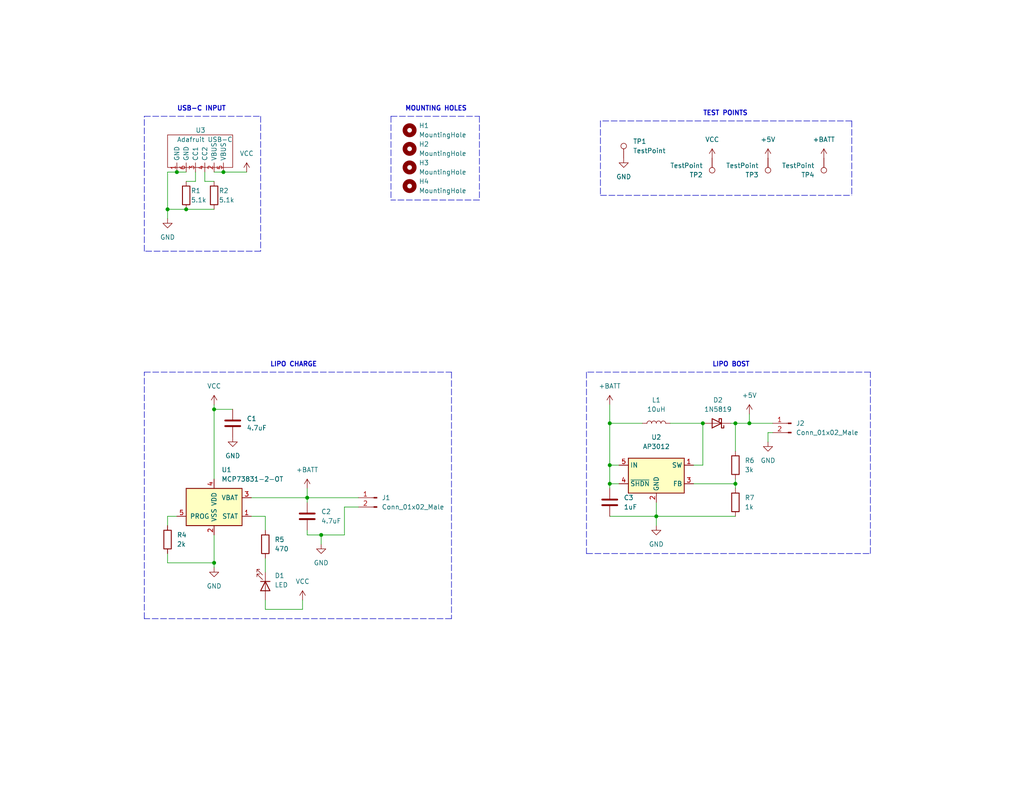
<source format=kicad_sch>
(kicad_sch (version 20211123) (generator eeschema)

  (uuid 54556ca4-33e7-4344-b736-87c121d69622)

  (paper "USLetter")

  (title_block
    (title "Senior Design")
    (date "2022-10-31")
    (rev "V1.0")
    (company "Oregon State")
  )

  (lib_symbols
    (symbol "Adafruit 1offs:Adafruit USB-C" (in_bom yes) (on_board yes)
      (property "Reference" "U" (id 0) (at 0 6.35 0)
        (effects (font (size 1.27 1.27)))
      )
      (property "Value" "Adafruit USB-C" (id 1) (at 0 3.81 0)
        (effects (font (size 1.27 1.27)))
      )
      (property "Footprint" "" (id 2) (at -7.62 -10.16 0)
        (effects (font (size 1.27 1.27)) hide)
      )
      (property "Datasheet" "" (id 3) (at -7.62 -10.16 0)
        (effects (font (size 1.27 1.27)) hide)
      )
      (symbol "Adafruit USB-C_0_1"
        (rectangle (start -8.89 5.08) (end 8.89 -3.81)
          (stroke (width 0) (type default) (color 0 0 0 0))
          (fill (type none))
        )
      )
      (symbol "Adafruit USB-C_1_1"
        (pin input line (at -6.35 -5.08 90) (length 2.54)
          (name "GND" (effects (font (size 1.27 1.27))))
          (number "1" (effects (font (size 1.27 1.27))))
        )
        (pin input line (at 3.81 -5.08 90) (length 2.54)
          (name "VBUS" (effects (font (size 1.27 1.27))))
          (number "2" (effects (font (size 1.27 1.27))))
        )
        (pin input line (at -1.27 -5.08 90) (length 2.54)
          (name "CC1" (effects (font (size 1.27 1.27))))
          (number "3" (effects (font (size 1.27 1.27))))
        )
        (pin input line (at 1.27 -5.08 90) (length 2.54)
          (name "CC2" (effects (font (size 1.27 1.27))))
          (number "4" (effects (font (size 1.27 1.27))))
        )
        (pin input line (at 6.35 -5.08 90) (length 2.54)
          (name "VBUS" (effects (font (size 1.27 1.27))))
          (number "5" (effects (font (size 1.27 1.27))))
        )
        (pin input line (at -3.81 -5.08 90) (length 2.54)
          (name "GND" (effects (font (size 1.27 1.27))))
          (number "6" (effects (font (size 1.27 1.27))))
        )
      )
    )
    (symbol "Battery_Management:MCP73831-2-OT" (pin_names (offset 1.016)) (in_bom yes) (on_board yes)
      (property "Reference" "U" (id 0) (at -7.62 6.35 0)
        (effects (font (size 1.27 1.27)) (justify left))
      )
      (property "Value" "MCP73831-2-OT" (id 1) (at 1.27 6.35 0)
        (effects (font (size 1.27 1.27)) (justify left))
      )
      (property "Footprint" "Package_TO_SOT_SMD:SOT-23-5" (id 2) (at 1.27 -6.35 0)
        (effects (font (size 1.27 1.27) italic) (justify left) hide)
      )
      (property "Datasheet" "http://ww1.microchip.com/downloads/en/DeviceDoc/20001984g.pdf" (id 3) (at -3.81 -1.27 0)
        (effects (font (size 1.27 1.27)) hide)
      )
      (property "ki_keywords" "battery charger lithium" (id 4) (at 0 0 0)
        (effects (font (size 1.27 1.27)) hide)
      )
      (property "ki_description" "Single cell, Li-Ion/Li-Po charge management controller, 4.20V, Tri-State Status Output, in SOT23-5 package" (id 5) (at 0 0 0)
        (effects (font (size 1.27 1.27)) hide)
      )
      (property "ki_fp_filters" "SOT?23*" (id 6) (at 0 0 0)
        (effects (font (size 1.27 1.27)) hide)
      )
      (symbol "MCP73831-2-OT_0_1"
        (rectangle (start -7.62 5.08) (end 7.62 -5.08)
          (stroke (width 0.254) (type default) (color 0 0 0 0))
          (fill (type background))
        )
      )
      (symbol "MCP73831-2-OT_1_1"
        (pin output line (at 10.16 -2.54 180) (length 2.54)
          (name "STAT" (effects (font (size 1.27 1.27))))
          (number "1" (effects (font (size 1.27 1.27))))
        )
        (pin power_in line (at 0 -7.62 90) (length 2.54)
          (name "VSS" (effects (font (size 1.27 1.27))))
          (number "2" (effects (font (size 1.27 1.27))))
        )
        (pin power_out line (at 10.16 2.54 180) (length 2.54)
          (name "VBAT" (effects (font (size 1.27 1.27))))
          (number "3" (effects (font (size 1.27 1.27))))
        )
        (pin power_in line (at 0 7.62 270) (length 2.54)
          (name "VDD" (effects (font (size 1.27 1.27))))
          (number "4" (effects (font (size 1.27 1.27))))
        )
        (pin input line (at -10.16 -2.54 0) (length 2.54)
          (name "PROG" (effects (font (size 1.27 1.27))))
          (number "5" (effects (font (size 1.27 1.27))))
        )
      )
    )
    (symbol "Connector:Conn_01x02_Male" (pin_names (offset 1.016) hide) (in_bom yes) (on_board yes)
      (property "Reference" "J" (id 0) (at 0 2.54 0)
        (effects (font (size 1.27 1.27)))
      )
      (property "Value" "Conn_01x02_Male" (id 1) (at 0 -5.08 0)
        (effects (font (size 1.27 1.27)))
      )
      (property "Footprint" "" (id 2) (at 0 0 0)
        (effects (font (size 1.27 1.27)) hide)
      )
      (property "Datasheet" "~" (id 3) (at 0 0 0)
        (effects (font (size 1.27 1.27)) hide)
      )
      (property "ki_keywords" "connector" (id 4) (at 0 0 0)
        (effects (font (size 1.27 1.27)) hide)
      )
      (property "ki_description" "Generic connector, single row, 01x02, script generated (kicad-library-utils/schlib/autogen/connector/)" (id 5) (at 0 0 0)
        (effects (font (size 1.27 1.27)) hide)
      )
      (property "ki_fp_filters" "Connector*:*_1x??_*" (id 6) (at 0 0 0)
        (effects (font (size 1.27 1.27)) hide)
      )
      (symbol "Conn_01x02_Male_1_1"
        (polyline
          (pts
            (xy 1.27 -2.54)
            (xy 0.8636 -2.54)
          )
          (stroke (width 0.1524) (type default) (color 0 0 0 0))
          (fill (type none))
        )
        (polyline
          (pts
            (xy 1.27 0)
            (xy 0.8636 0)
          )
          (stroke (width 0.1524) (type default) (color 0 0 0 0))
          (fill (type none))
        )
        (rectangle (start 0.8636 -2.413) (end 0 -2.667)
          (stroke (width 0.1524) (type default) (color 0 0 0 0))
          (fill (type outline))
        )
        (rectangle (start 0.8636 0.127) (end 0 -0.127)
          (stroke (width 0.1524) (type default) (color 0 0 0 0))
          (fill (type outline))
        )
        (pin passive line (at 5.08 0 180) (length 3.81)
          (name "Pin_1" (effects (font (size 1.27 1.27))))
          (number "1" (effects (font (size 1.27 1.27))))
        )
        (pin passive line (at 5.08 -2.54 180) (length 3.81)
          (name "Pin_2" (effects (font (size 1.27 1.27))))
          (number "2" (effects (font (size 1.27 1.27))))
        )
      )
    )
    (symbol "Connector:TestPoint" (pin_numbers hide) (pin_names (offset 0.762) hide) (in_bom yes) (on_board yes)
      (property "Reference" "TP" (id 0) (at 0 6.858 0)
        (effects (font (size 1.27 1.27)))
      )
      (property "Value" "TestPoint" (id 1) (at 0 5.08 0)
        (effects (font (size 1.27 1.27)))
      )
      (property "Footprint" "" (id 2) (at 5.08 0 0)
        (effects (font (size 1.27 1.27)) hide)
      )
      (property "Datasheet" "~" (id 3) (at 5.08 0 0)
        (effects (font (size 1.27 1.27)) hide)
      )
      (property "ki_keywords" "test point tp" (id 4) (at 0 0 0)
        (effects (font (size 1.27 1.27)) hide)
      )
      (property "ki_description" "test point" (id 5) (at 0 0 0)
        (effects (font (size 1.27 1.27)) hide)
      )
      (property "ki_fp_filters" "Pin* Test*" (id 6) (at 0 0 0)
        (effects (font (size 1.27 1.27)) hide)
      )
      (symbol "TestPoint_0_1"
        (circle (center 0 3.302) (radius 0.762)
          (stroke (width 0) (type default) (color 0 0 0 0))
          (fill (type none))
        )
      )
      (symbol "TestPoint_1_1"
        (pin passive line (at 0 0 90) (length 2.54)
          (name "1" (effects (font (size 1.27 1.27))))
          (number "1" (effects (font (size 1.27 1.27))))
        )
      )
    )
    (symbol "Device:C" (pin_numbers hide) (pin_names (offset 0.254)) (in_bom yes) (on_board yes)
      (property "Reference" "C" (id 0) (at 0.635 2.54 0)
        (effects (font (size 1.27 1.27)) (justify left))
      )
      (property "Value" "C" (id 1) (at 0.635 -2.54 0)
        (effects (font (size 1.27 1.27)) (justify left))
      )
      (property "Footprint" "" (id 2) (at 0.9652 -3.81 0)
        (effects (font (size 1.27 1.27)) hide)
      )
      (property "Datasheet" "~" (id 3) (at 0 0 0)
        (effects (font (size 1.27 1.27)) hide)
      )
      (property "ki_keywords" "cap capacitor" (id 4) (at 0 0 0)
        (effects (font (size 1.27 1.27)) hide)
      )
      (property "ki_description" "Unpolarized capacitor" (id 5) (at 0 0 0)
        (effects (font (size 1.27 1.27)) hide)
      )
      (property "ki_fp_filters" "C_*" (id 6) (at 0 0 0)
        (effects (font (size 1.27 1.27)) hide)
      )
      (symbol "C_0_1"
        (polyline
          (pts
            (xy -2.032 -0.762)
            (xy 2.032 -0.762)
          )
          (stroke (width 0.508) (type default) (color 0 0 0 0))
          (fill (type none))
        )
        (polyline
          (pts
            (xy -2.032 0.762)
            (xy 2.032 0.762)
          )
          (stroke (width 0.508) (type default) (color 0 0 0 0))
          (fill (type none))
        )
      )
      (symbol "C_1_1"
        (pin passive line (at 0 3.81 270) (length 2.794)
          (name "~" (effects (font (size 1.27 1.27))))
          (number "1" (effects (font (size 1.27 1.27))))
        )
        (pin passive line (at 0 -3.81 90) (length 2.794)
          (name "~" (effects (font (size 1.27 1.27))))
          (number "2" (effects (font (size 1.27 1.27))))
        )
      )
    )
    (symbol "Device:L" (pin_numbers hide) (pin_names (offset 1.016) hide) (in_bom yes) (on_board yes)
      (property "Reference" "L" (id 0) (at -1.27 0 90)
        (effects (font (size 1.27 1.27)))
      )
      (property "Value" "L" (id 1) (at 1.905 0 90)
        (effects (font (size 1.27 1.27)))
      )
      (property "Footprint" "" (id 2) (at 0 0 0)
        (effects (font (size 1.27 1.27)) hide)
      )
      (property "Datasheet" "~" (id 3) (at 0 0 0)
        (effects (font (size 1.27 1.27)) hide)
      )
      (property "ki_keywords" "inductor choke coil reactor magnetic" (id 4) (at 0 0 0)
        (effects (font (size 1.27 1.27)) hide)
      )
      (property "ki_description" "Inductor" (id 5) (at 0 0 0)
        (effects (font (size 1.27 1.27)) hide)
      )
      (property "ki_fp_filters" "Choke_* *Coil* Inductor_* L_*" (id 6) (at 0 0 0)
        (effects (font (size 1.27 1.27)) hide)
      )
      (symbol "L_0_1"
        (arc (start 0 -2.54) (mid 0.635 -1.905) (end 0 -1.27)
          (stroke (width 0) (type default) (color 0 0 0 0))
          (fill (type none))
        )
        (arc (start 0 -1.27) (mid 0.635 -0.635) (end 0 0)
          (stroke (width 0) (type default) (color 0 0 0 0))
          (fill (type none))
        )
        (arc (start 0 0) (mid 0.635 0.635) (end 0 1.27)
          (stroke (width 0) (type default) (color 0 0 0 0))
          (fill (type none))
        )
        (arc (start 0 1.27) (mid 0.635 1.905) (end 0 2.54)
          (stroke (width 0) (type default) (color 0 0 0 0))
          (fill (type none))
        )
      )
      (symbol "L_1_1"
        (pin passive line (at 0 3.81 270) (length 1.27)
          (name "1" (effects (font (size 1.27 1.27))))
          (number "1" (effects (font (size 1.27 1.27))))
        )
        (pin passive line (at 0 -3.81 90) (length 1.27)
          (name "2" (effects (font (size 1.27 1.27))))
          (number "2" (effects (font (size 1.27 1.27))))
        )
      )
    )
    (symbol "Device:LED" (pin_numbers hide) (pin_names (offset 1.016) hide) (in_bom yes) (on_board yes)
      (property "Reference" "D" (id 0) (at 0 2.54 0)
        (effects (font (size 1.27 1.27)))
      )
      (property "Value" "LED" (id 1) (at 0 -2.54 0)
        (effects (font (size 1.27 1.27)))
      )
      (property "Footprint" "" (id 2) (at 0 0 0)
        (effects (font (size 1.27 1.27)) hide)
      )
      (property "Datasheet" "~" (id 3) (at 0 0 0)
        (effects (font (size 1.27 1.27)) hide)
      )
      (property "ki_keywords" "LED diode" (id 4) (at 0 0 0)
        (effects (font (size 1.27 1.27)) hide)
      )
      (property "ki_description" "Light emitting diode" (id 5) (at 0 0 0)
        (effects (font (size 1.27 1.27)) hide)
      )
      (property "ki_fp_filters" "LED* LED_SMD:* LED_THT:*" (id 6) (at 0 0 0)
        (effects (font (size 1.27 1.27)) hide)
      )
      (symbol "LED_0_1"
        (polyline
          (pts
            (xy -1.27 -1.27)
            (xy -1.27 1.27)
          )
          (stroke (width 0.254) (type default) (color 0 0 0 0))
          (fill (type none))
        )
        (polyline
          (pts
            (xy -1.27 0)
            (xy 1.27 0)
          )
          (stroke (width 0) (type default) (color 0 0 0 0))
          (fill (type none))
        )
        (polyline
          (pts
            (xy 1.27 -1.27)
            (xy 1.27 1.27)
            (xy -1.27 0)
            (xy 1.27 -1.27)
          )
          (stroke (width 0.254) (type default) (color 0 0 0 0))
          (fill (type none))
        )
        (polyline
          (pts
            (xy -3.048 -0.762)
            (xy -4.572 -2.286)
            (xy -3.81 -2.286)
            (xy -4.572 -2.286)
            (xy -4.572 -1.524)
          )
          (stroke (width 0) (type default) (color 0 0 0 0))
          (fill (type none))
        )
        (polyline
          (pts
            (xy -1.778 -0.762)
            (xy -3.302 -2.286)
            (xy -2.54 -2.286)
            (xy -3.302 -2.286)
            (xy -3.302 -1.524)
          )
          (stroke (width 0) (type default) (color 0 0 0 0))
          (fill (type none))
        )
      )
      (symbol "LED_1_1"
        (pin passive line (at -3.81 0 0) (length 2.54)
          (name "K" (effects (font (size 1.27 1.27))))
          (number "1" (effects (font (size 1.27 1.27))))
        )
        (pin passive line (at 3.81 0 180) (length 2.54)
          (name "A" (effects (font (size 1.27 1.27))))
          (number "2" (effects (font (size 1.27 1.27))))
        )
      )
    )
    (symbol "Device:R" (pin_numbers hide) (pin_names (offset 0)) (in_bom yes) (on_board yes)
      (property "Reference" "R" (id 0) (at 2.032 0 90)
        (effects (font (size 1.27 1.27)))
      )
      (property "Value" "R" (id 1) (at 0 0 90)
        (effects (font (size 1.27 1.27)))
      )
      (property "Footprint" "" (id 2) (at -1.778 0 90)
        (effects (font (size 1.27 1.27)) hide)
      )
      (property "Datasheet" "~" (id 3) (at 0 0 0)
        (effects (font (size 1.27 1.27)) hide)
      )
      (property "ki_keywords" "R res resistor" (id 4) (at 0 0 0)
        (effects (font (size 1.27 1.27)) hide)
      )
      (property "ki_description" "Resistor" (id 5) (at 0 0 0)
        (effects (font (size 1.27 1.27)) hide)
      )
      (property "ki_fp_filters" "R_*" (id 6) (at 0 0 0)
        (effects (font (size 1.27 1.27)) hide)
      )
      (symbol "R_0_1"
        (rectangle (start -1.016 -2.54) (end 1.016 2.54)
          (stroke (width 0.254) (type default) (color 0 0 0 0))
          (fill (type none))
        )
      )
      (symbol "R_1_1"
        (pin passive line (at 0 3.81 270) (length 1.27)
          (name "~" (effects (font (size 1.27 1.27))))
          (number "1" (effects (font (size 1.27 1.27))))
        )
        (pin passive line (at 0 -3.81 90) (length 1.27)
          (name "~" (effects (font (size 1.27 1.27))))
          (number "2" (effects (font (size 1.27 1.27))))
        )
      )
    )
    (symbol "Diode:1N5819" (pin_numbers hide) (pin_names (offset 1.016) hide) (in_bom yes) (on_board yes)
      (property "Reference" "D" (id 0) (at 0 2.54 0)
        (effects (font (size 1.27 1.27)))
      )
      (property "Value" "1N5819" (id 1) (at 0 -2.54 0)
        (effects (font (size 1.27 1.27)))
      )
      (property "Footprint" "Diode_THT:D_DO-41_SOD81_P10.16mm_Horizontal" (id 2) (at 0 -4.445 0)
        (effects (font (size 1.27 1.27)) hide)
      )
      (property "Datasheet" "http://www.vishay.com/docs/88525/1n5817.pdf" (id 3) (at 0 0 0)
        (effects (font (size 1.27 1.27)) hide)
      )
      (property "ki_keywords" "diode Schottky" (id 4) (at 0 0 0)
        (effects (font (size 1.27 1.27)) hide)
      )
      (property "ki_description" "40V 1A Schottky Barrier Rectifier Diode, DO-41" (id 5) (at 0 0 0)
        (effects (font (size 1.27 1.27)) hide)
      )
      (property "ki_fp_filters" "D*DO?41*" (id 6) (at 0 0 0)
        (effects (font (size 1.27 1.27)) hide)
      )
      (symbol "1N5819_0_1"
        (polyline
          (pts
            (xy 1.27 0)
            (xy -1.27 0)
          )
          (stroke (width 0) (type default) (color 0 0 0 0))
          (fill (type none))
        )
        (polyline
          (pts
            (xy 1.27 1.27)
            (xy 1.27 -1.27)
            (xy -1.27 0)
            (xy 1.27 1.27)
          )
          (stroke (width 0.254) (type default) (color 0 0 0 0))
          (fill (type none))
        )
        (polyline
          (pts
            (xy -1.905 0.635)
            (xy -1.905 1.27)
            (xy -1.27 1.27)
            (xy -1.27 -1.27)
            (xy -0.635 -1.27)
            (xy -0.635 -0.635)
          )
          (stroke (width 0.254) (type default) (color 0 0 0 0))
          (fill (type none))
        )
      )
      (symbol "1N5819_1_1"
        (pin passive line (at -3.81 0 0) (length 2.54)
          (name "K" (effects (font (size 1.27 1.27))))
          (number "1" (effects (font (size 1.27 1.27))))
        )
        (pin passive line (at 3.81 0 180) (length 2.54)
          (name "A" (effects (font (size 1.27 1.27))))
          (number "2" (effects (font (size 1.27 1.27))))
        )
      )
    )
    (symbol "Mechanical:MountingHole" (pin_names (offset 1.016)) (in_bom yes) (on_board yes)
      (property "Reference" "H" (id 0) (at 0 5.08 0)
        (effects (font (size 1.27 1.27)))
      )
      (property "Value" "MountingHole" (id 1) (at 0 3.175 0)
        (effects (font (size 1.27 1.27)))
      )
      (property "Footprint" "" (id 2) (at 0 0 0)
        (effects (font (size 1.27 1.27)) hide)
      )
      (property "Datasheet" "~" (id 3) (at 0 0 0)
        (effects (font (size 1.27 1.27)) hide)
      )
      (property "ki_keywords" "mounting hole" (id 4) (at 0 0 0)
        (effects (font (size 1.27 1.27)) hide)
      )
      (property "ki_description" "Mounting Hole without connection" (id 5) (at 0 0 0)
        (effects (font (size 1.27 1.27)) hide)
      )
      (property "ki_fp_filters" "MountingHole*" (id 6) (at 0 0 0)
        (effects (font (size 1.27 1.27)) hide)
      )
      (symbol "MountingHole_0_1"
        (circle (center 0 0) (radius 1.27)
          (stroke (width 1.27) (type default) (color 0 0 0 0))
          (fill (type none))
        )
      )
    )
    (symbol "Regulator_Switching:AP3012" (in_bom yes) (on_board yes)
      (property "Reference" "U" (id 0) (at -7.62 5.715 0)
        (effects (font (size 1.27 1.27)) (justify left))
      )
      (property "Value" "AP3012" (id 1) (at 0 5.715 0)
        (effects (font (size 1.27 1.27)) (justify left))
      )
      (property "Footprint" "Package_TO_SOT_SMD:SOT-23-5" (id 2) (at 0.635 -6.35 0)
        (effects (font (size 1.27 1.27) italic) (justify left) hide)
      )
      (property "Datasheet" "https://www.diodes.com/assets/Datasheets/AP3012.pdf" (id 3) (at 0 0 0)
        (effects (font (size 1.27 1.27)) hide)
      )
      (property "ki_keywords" "Step-Up Boost Voltage Regulator" (id 4) (at 0 0 0)
        (effects (font (size 1.27 1.27)) hide)
      )
      (property "ki_description" "500mA, Adjustable Step-Up Voltage Regulator, 1.5MHz Frequency, SOT-23-5" (id 5) (at 0 0 0)
        (effects (font (size 1.27 1.27)) hide)
      )
      (property "ki_fp_filters" "SOT?23*" (id 6) (at 0 0 0)
        (effects (font (size 1.27 1.27)) hide)
      )
      (symbol "AP3012_0_1"
        (rectangle (start -7.62 4.445) (end 7.62 -5.08)
          (stroke (width 0.254) (type default) (color 0 0 0 0))
          (fill (type background))
        )
      )
      (symbol "AP3012_1_1"
        (pin passive line (at 10.16 2.54 180) (length 2.54)
          (name "SW" (effects (font (size 1.27 1.27))))
          (number "1" (effects (font (size 1.27 1.27))))
        )
        (pin power_in line (at 0 -7.62 90) (length 2.54)
          (name "GND" (effects (font (size 1.27 1.27))))
          (number "2" (effects (font (size 1.27 1.27))))
        )
        (pin input line (at 10.16 -2.54 180) (length 2.54)
          (name "FB" (effects (font (size 1.27 1.27))))
          (number "3" (effects (font (size 1.27 1.27))))
        )
        (pin input line (at -10.16 -2.54 0) (length 2.54)
          (name "~{SHDN}" (effects (font (size 1.27 1.27))))
          (number "4" (effects (font (size 1.27 1.27))))
        )
        (pin power_in line (at -10.16 2.54 0) (length 2.54)
          (name "IN" (effects (font (size 1.27 1.27))))
          (number "5" (effects (font (size 1.27 1.27))))
        )
      )
    )
    (symbol "power:+5V" (power) (pin_names (offset 0)) (in_bom yes) (on_board yes)
      (property "Reference" "#PWR" (id 0) (at 0 -3.81 0)
        (effects (font (size 1.27 1.27)) hide)
      )
      (property "Value" "+5V" (id 1) (at 0 3.556 0)
        (effects (font (size 1.27 1.27)))
      )
      (property "Footprint" "" (id 2) (at 0 0 0)
        (effects (font (size 1.27 1.27)) hide)
      )
      (property "Datasheet" "" (id 3) (at 0 0 0)
        (effects (font (size 1.27 1.27)) hide)
      )
      (property "ki_keywords" "power-flag" (id 4) (at 0 0 0)
        (effects (font (size 1.27 1.27)) hide)
      )
      (property "ki_description" "Power symbol creates a global label with name \"+5V\"" (id 5) (at 0 0 0)
        (effects (font (size 1.27 1.27)) hide)
      )
      (symbol "+5V_0_1"
        (polyline
          (pts
            (xy -0.762 1.27)
            (xy 0 2.54)
          )
          (stroke (width 0) (type default) (color 0 0 0 0))
          (fill (type none))
        )
        (polyline
          (pts
            (xy 0 0)
            (xy 0 2.54)
          )
          (stroke (width 0) (type default) (color 0 0 0 0))
          (fill (type none))
        )
        (polyline
          (pts
            (xy 0 2.54)
            (xy 0.762 1.27)
          )
          (stroke (width 0) (type default) (color 0 0 0 0))
          (fill (type none))
        )
      )
      (symbol "+5V_1_1"
        (pin power_in line (at 0 0 90) (length 0) hide
          (name "+5V" (effects (font (size 1.27 1.27))))
          (number "1" (effects (font (size 1.27 1.27))))
        )
      )
    )
    (symbol "power:+BATT" (power) (pin_names (offset 0)) (in_bom yes) (on_board yes)
      (property "Reference" "#PWR" (id 0) (at 0 -3.81 0)
        (effects (font (size 1.27 1.27)) hide)
      )
      (property "Value" "+BATT" (id 1) (at 0 3.556 0)
        (effects (font (size 1.27 1.27)))
      )
      (property "Footprint" "" (id 2) (at 0 0 0)
        (effects (font (size 1.27 1.27)) hide)
      )
      (property "Datasheet" "" (id 3) (at 0 0 0)
        (effects (font (size 1.27 1.27)) hide)
      )
      (property "ki_keywords" "power-flag battery" (id 4) (at 0 0 0)
        (effects (font (size 1.27 1.27)) hide)
      )
      (property "ki_description" "Power symbol creates a global label with name \"+BATT\"" (id 5) (at 0 0 0)
        (effects (font (size 1.27 1.27)) hide)
      )
      (symbol "+BATT_0_1"
        (polyline
          (pts
            (xy -0.762 1.27)
            (xy 0 2.54)
          )
          (stroke (width 0) (type default) (color 0 0 0 0))
          (fill (type none))
        )
        (polyline
          (pts
            (xy 0 0)
            (xy 0 2.54)
          )
          (stroke (width 0) (type default) (color 0 0 0 0))
          (fill (type none))
        )
        (polyline
          (pts
            (xy 0 2.54)
            (xy 0.762 1.27)
          )
          (stroke (width 0) (type default) (color 0 0 0 0))
          (fill (type none))
        )
      )
      (symbol "+BATT_1_1"
        (pin power_in line (at 0 0 90) (length 0) hide
          (name "+BATT" (effects (font (size 1.27 1.27))))
          (number "1" (effects (font (size 1.27 1.27))))
        )
      )
    )
    (symbol "power:GND" (power) (pin_names (offset 0)) (in_bom yes) (on_board yes)
      (property "Reference" "#PWR" (id 0) (at 0 -6.35 0)
        (effects (font (size 1.27 1.27)) hide)
      )
      (property "Value" "GND" (id 1) (at 0 -3.81 0)
        (effects (font (size 1.27 1.27)))
      )
      (property "Footprint" "" (id 2) (at 0 0 0)
        (effects (font (size 1.27 1.27)) hide)
      )
      (property "Datasheet" "" (id 3) (at 0 0 0)
        (effects (font (size 1.27 1.27)) hide)
      )
      (property "ki_keywords" "power-flag" (id 4) (at 0 0 0)
        (effects (font (size 1.27 1.27)) hide)
      )
      (property "ki_description" "Power symbol creates a global label with name \"GND\" , ground" (id 5) (at 0 0 0)
        (effects (font (size 1.27 1.27)) hide)
      )
      (symbol "GND_0_1"
        (polyline
          (pts
            (xy 0 0)
            (xy 0 -1.27)
            (xy 1.27 -1.27)
            (xy 0 -2.54)
            (xy -1.27 -1.27)
            (xy 0 -1.27)
          )
          (stroke (width 0) (type default) (color 0 0 0 0))
          (fill (type none))
        )
      )
      (symbol "GND_1_1"
        (pin power_in line (at 0 0 270) (length 0) hide
          (name "GND" (effects (font (size 1.27 1.27))))
          (number "1" (effects (font (size 1.27 1.27))))
        )
      )
    )
    (symbol "power:VCC" (power) (pin_names (offset 0)) (in_bom yes) (on_board yes)
      (property "Reference" "#PWR" (id 0) (at 0 -3.81 0)
        (effects (font (size 1.27 1.27)) hide)
      )
      (property "Value" "VCC" (id 1) (at 0 3.81 0)
        (effects (font (size 1.27 1.27)))
      )
      (property "Footprint" "" (id 2) (at 0 0 0)
        (effects (font (size 1.27 1.27)) hide)
      )
      (property "Datasheet" "" (id 3) (at 0 0 0)
        (effects (font (size 1.27 1.27)) hide)
      )
      (property "ki_keywords" "power-flag" (id 4) (at 0 0 0)
        (effects (font (size 1.27 1.27)) hide)
      )
      (property "ki_description" "Power symbol creates a global label with name \"VCC\"" (id 5) (at 0 0 0)
        (effects (font (size 1.27 1.27)) hide)
      )
      (symbol "VCC_0_1"
        (polyline
          (pts
            (xy -0.762 1.27)
            (xy 0 2.54)
          )
          (stroke (width 0) (type default) (color 0 0 0 0))
          (fill (type none))
        )
        (polyline
          (pts
            (xy 0 0)
            (xy 0 2.54)
          )
          (stroke (width 0) (type default) (color 0 0 0 0))
          (fill (type none))
        )
        (polyline
          (pts
            (xy 0 2.54)
            (xy 0.762 1.27)
          )
          (stroke (width 0) (type default) (color 0 0 0 0))
          (fill (type none))
        )
      )
      (symbol "VCC_1_1"
        (pin power_in line (at 0 0 90) (length 0) hide
          (name "VCC" (effects (font (size 1.27 1.27))))
          (number "1" (effects (font (size 1.27 1.27))))
        )
      )
    )
  )

  (junction (at 166.37 127) (diameter 0) (color 0 0 0 0)
    (uuid 0011ddbf-345f-4942-9991-1299166fc7ad)
  )
  (junction (at 50.8 57.15) (diameter 0) (color 0 0 0 0)
    (uuid 0420f6d0-4d0c-4f17-b7de-a04cca68977c)
  )
  (junction (at 179.07 140.97) (diameter 0) (color 0 0 0 0)
    (uuid 1c6b8d37-ea37-4cc8-8719-c80f3338eaf1)
  )
  (junction (at 166.37 115.57) (diameter 0) (color 0 0 0 0)
    (uuid 286b22ca-d674-42eb-92fe-3aedd4c6d454)
  )
  (junction (at 87.63 146.05) (diameter 0) (color 0 0 0 0)
    (uuid 362cc73b-01fa-472b-851d-f824c17e9e5d)
  )
  (junction (at 200.66 132.08) (diameter 0) (color 0 0 0 0)
    (uuid 674de164-2dd8-4399-a947-044650b08018)
  )
  (junction (at 204.47 115.57) (diameter 0) (color 0 0 0 0)
    (uuid 7520bfff-2c51-47d4-a412-6f1c9cee2886)
  )
  (junction (at 83.82 135.89) (diameter 0) (color 0 0 0 0)
    (uuid 8f07287c-9171-491d-a46e-374d07e13f1d)
  )
  (junction (at 45.72 57.15) (diameter 0) (color 0 0 0 0)
    (uuid 97b232fc-5f5e-49ce-8f17-e6e8e47bfdcc)
  )
  (junction (at 60.96 46.99) (diameter 0) (color 0 0 0 0)
    (uuid a4b1ffca-8bd5-46dd-9171-99ec1fc07f58)
  )
  (junction (at 48.26 46.99) (diameter 0) (color 0 0 0 0)
    (uuid b1592ebe-7eb1-47a2-ae62-29550fb1d4d6)
  )
  (junction (at 200.66 115.57) (diameter 0) (color 0 0 0 0)
    (uuid b6496c9c-2003-434e-b309-a73dd9758ae7)
  )
  (junction (at 191.77 115.57) (diameter 0) (color 0 0 0 0)
    (uuid c693b15a-453f-44d3-85e0-01b498dee3a5)
  )
  (junction (at 58.42 153.67) (diameter 0) (color 0 0 0 0)
    (uuid d762e9e0-b4e7-430c-acf1-0624bbc31299)
  )
  (junction (at 58.42 111.76) (diameter 0) (color 0 0 0 0)
    (uuid d8e21afe-c7ff-4ad4-9f01-b6929f9d351b)
  )
  (junction (at 166.37 132.08) (diameter 0) (color 0 0 0 0)
    (uuid f2b69936-a53a-4238-ac54-03b1a6b1ba80)
  )

  (polyline (pts (xy 232.41 33.02) (xy 232.41 53.34))
    (stroke (width 0) (type default) (color 0 0 0 0))
    (uuid 00a3fbbf-553d-4a93-b711-4c3e04d3bb60)
  )

  (wire (pts (xy 83.82 144.78) (xy 83.82 146.05))
    (stroke (width 0) (type default) (color 0 0 0 0))
    (uuid 02f589df-8ade-4e77-95e8-f59e65692a6b)
  )
  (wire (pts (xy 55.88 46.99) (xy 55.88 49.53))
    (stroke (width 0) (type default) (color 0 0 0 0))
    (uuid 08843965-d93b-4c3b-aa72-d2c6762d8a26)
  )
  (polyline (pts (xy 163.83 53.34) (xy 232.41 53.34))
    (stroke (width 0) (type default) (color 0 0 0 0))
    (uuid 09e89556-4a66-4a21-b712-c8ecccdd49d5)
  )
  (polyline (pts (xy 130.81 31.75) (xy 130.81 54.61))
    (stroke (width 0) (type default) (color 0 0 0 0))
    (uuid 15ee00d4-ed62-4c3c-9808-9da9f5f40323)
  )

  (wire (pts (xy 83.82 135.89) (xy 97.79 135.89))
    (stroke (width 0) (type default) (color 0 0 0 0))
    (uuid 1b8a63ee-7601-42b3-8d1b-74b3ccee5380)
  )
  (wire (pts (xy 179.07 140.97) (xy 200.66 140.97))
    (stroke (width 0) (type default) (color 0 0 0 0))
    (uuid 1eeb5d11-716d-45ba-8ef2-58fe44d0db30)
  )
  (wire (pts (xy 60.96 46.99) (xy 67.31 46.99))
    (stroke (width 0) (type default) (color 0 0 0 0))
    (uuid 1f4abc6f-6e25-4e6c-873d-1659e1aeab29)
  )
  (wire (pts (xy 179.07 137.16) (xy 179.07 140.97))
    (stroke (width 0) (type default) (color 0 0 0 0))
    (uuid 229bcf84-9b11-451c-95aa-d011b97d79c9)
  )
  (polyline (pts (xy 71.12 31.75) (xy 71.12 68.58))
    (stroke (width 0) (type default) (color 0 0 0 0))
    (uuid 2447e40d-69ad-4a9e-8549-f03c65826665)
  )

  (wire (pts (xy 191.77 127) (xy 189.23 127))
    (stroke (width 0) (type default) (color 0 0 0 0))
    (uuid 250c02f8-f269-432f-8d01-f5922922812f)
  )
  (wire (pts (xy 55.88 49.53) (xy 58.42 49.53))
    (stroke (width 0) (type default) (color 0 0 0 0))
    (uuid 25c7fe42-6af4-476b-b264-6e96fd770002)
  )
  (wire (pts (xy 48.26 140.97) (xy 45.72 140.97))
    (stroke (width 0) (type default) (color 0 0 0 0))
    (uuid 2a173070-5dd3-411d-9479-d88275a73ce5)
  )
  (wire (pts (xy 166.37 115.57) (xy 166.37 127))
    (stroke (width 0) (type default) (color 0 0 0 0))
    (uuid 2c7e09b8-9220-4518-8737-76f89dede79f)
  )
  (wire (pts (xy 191.77 115.57) (xy 191.77 127))
    (stroke (width 0) (type default) (color 0 0 0 0))
    (uuid 2c90aafe-0bd9-411d-9af2-bf0ddd7cf2b0)
  )
  (wire (pts (xy 68.58 140.97) (xy 72.39 140.97))
    (stroke (width 0) (type default) (color 0 0 0 0))
    (uuid 2f12cb92-9bc4-4e8c-99dd-9f6756aa9e12)
  )
  (wire (pts (xy 45.72 151.13) (xy 45.72 153.67))
    (stroke (width 0) (type default) (color 0 0 0 0))
    (uuid 3639b7cc-8d71-4490-92ed-2d992a944872)
  )
  (wire (pts (xy 182.88 115.57) (xy 191.77 115.57))
    (stroke (width 0) (type default) (color 0 0 0 0))
    (uuid 38eb987b-d183-4e00-b72a-aa0e3a0da188)
  )
  (wire (pts (xy 200.66 130.81) (xy 200.66 132.08))
    (stroke (width 0) (type default) (color 0 0 0 0))
    (uuid 3b21965b-61a7-46eb-84f7-47b67b7f5ee0)
  )
  (polyline (pts (xy 39.37 168.91) (xy 39.37 101.6))
    (stroke (width 0) (type default) (color 0 0 0 0))
    (uuid 3b3a1a4b-7923-4c0c-a3a2-aa67f2a52ec1)
  )
  (polyline (pts (xy 237.49 151.13) (xy 237.49 101.6))
    (stroke (width 0) (type default) (color 0 0 0 0))
    (uuid 3c8f59b0-8cf3-444e-bfc0-f365aa9200a8)
  )

  (wire (pts (xy 58.42 46.99) (xy 60.96 46.99))
    (stroke (width 0) (type default) (color 0 0 0 0))
    (uuid 427922e2-e31b-47ee-972f-d2d58096783f)
  )
  (wire (pts (xy 93.98 138.43) (xy 97.79 138.43))
    (stroke (width 0) (type default) (color 0 0 0 0))
    (uuid 46b7dcc3-6596-4baa-8ace-2d4fcbbd5024)
  )
  (wire (pts (xy 166.37 115.57) (xy 175.26 115.57))
    (stroke (width 0) (type default) (color 0 0 0 0))
    (uuid 4a0a7c53-ebca-4a19-a868-d87c59fc1877)
  )
  (wire (pts (xy 45.72 46.99) (xy 45.72 57.15))
    (stroke (width 0) (type default) (color 0 0 0 0))
    (uuid 4e1a2f17-455f-4140-9046-88c0c2755e2a)
  )
  (wire (pts (xy 200.66 115.57) (xy 199.39 115.57))
    (stroke (width 0) (type default) (color 0 0 0 0))
    (uuid 4ff10f3c-c593-4458-9e87-66e75cbacd8d)
  )
  (wire (pts (xy 166.37 132.08) (xy 166.37 133.35))
    (stroke (width 0) (type default) (color 0 0 0 0))
    (uuid 5182f641-947e-4173-b103-9813f4f888de)
  )
  (wire (pts (xy 87.63 148.59) (xy 87.63 146.05))
    (stroke (width 0) (type default) (color 0 0 0 0))
    (uuid 526a2d0c-ac91-4aa4-9354-3b3108562ffe)
  )
  (polyline (pts (xy 130.81 54.61) (xy 106.68 54.61))
    (stroke (width 0) (type default) (color 0 0 0 0))
    (uuid 53f21aa9-e9cd-492b-bf3d-1116dec5953b)
  )
  (polyline (pts (xy 71.12 68.58) (xy 39.37 68.58))
    (stroke (width 0) (type default) (color 0 0 0 0))
    (uuid 5709e2d9-53f5-4a49-af4a-03a44b8077f3)
  )
  (polyline (pts (xy 160.02 101.6) (xy 160.02 151.13))
    (stroke (width 0) (type default) (color 0 0 0 0))
    (uuid 60302616-bcdb-4406-b070-74e855139c26)
  )
  (polyline (pts (xy 123.19 101.6) (xy 123.19 168.91))
    (stroke (width 0) (type default) (color 0 0 0 0))
    (uuid 60c8a85c-dc4f-48eb-a2d7-e6d6468c603f)
  )
  (polyline (pts (xy 39.37 68.58) (xy 39.37 31.75))
    (stroke (width 0) (type default) (color 0 0 0 0))
    (uuid 61a636c0-f628-4cb2-8284-51bb7f35c5cc)
  )

  (wire (pts (xy 83.82 137.16) (xy 83.82 135.89))
    (stroke (width 0) (type default) (color 0 0 0 0))
    (uuid 626a747f-e682-4560-8825-21df3061f668)
  )
  (wire (pts (xy 58.42 153.67) (xy 58.42 154.94))
    (stroke (width 0) (type default) (color 0 0 0 0))
    (uuid 68d6c2b3-5e20-4118-b6f5-6795c670a59f)
  )
  (wire (pts (xy 58.42 146.05) (xy 58.42 153.67))
    (stroke (width 0) (type default) (color 0 0 0 0))
    (uuid 6bfa94c0-04b5-4052-a873-82c529adcfe0)
  )
  (polyline (pts (xy 106.68 31.75) (xy 106.68 54.61))
    (stroke (width 0) (type default) (color 0 0 0 0))
    (uuid 6e890556-76f8-4996-b241-e17a3469bef7)
  )

  (wire (pts (xy 58.42 110.49) (xy 58.42 111.76))
    (stroke (width 0) (type default) (color 0 0 0 0))
    (uuid 7411d14d-7b23-4a78-968b-7493244b8696)
  )
  (wire (pts (xy 83.82 133.35) (xy 83.82 135.89))
    (stroke (width 0) (type default) (color 0 0 0 0))
    (uuid 77aa189c-f9df-4662-abac-7a18b9a009fd)
  )
  (wire (pts (xy 72.39 166.37) (xy 82.55 166.37))
    (stroke (width 0) (type default) (color 0 0 0 0))
    (uuid 7ed8c0bb-32a6-4c22-8cdb-33ac4e3867f9)
  )
  (wire (pts (xy 50.8 57.15) (xy 58.42 57.15))
    (stroke (width 0) (type default) (color 0 0 0 0))
    (uuid 7f3e7416-86e5-4e7d-9e19-3547fe26d3af)
  )
  (wire (pts (xy 72.39 152.4) (xy 72.39 156.21))
    (stroke (width 0) (type default) (color 0 0 0 0))
    (uuid 81a6feb8-71f2-40d1-8134-e66726cdfd63)
  )
  (wire (pts (xy 83.82 146.05) (xy 87.63 146.05))
    (stroke (width 0) (type default) (color 0 0 0 0))
    (uuid 84489223-b69c-456e-85fe-57dc10e736ef)
  )
  (polyline (pts (xy 160.02 151.13) (xy 237.49 151.13))
    (stroke (width 0) (type default) (color 0 0 0 0))
    (uuid 85bef586-63e6-4520-95bf-a3b9d3a15fe9)
  )

  (wire (pts (xy 166.37 127) (xy 166.37 132.08))
    (stroke (width 0) (type default) (color 0 0 0 0))
    (uuid 8966dcda-82da-4173-a745-fbf48d302d67)
  )
  (wire (pts (xy 93.98 146.05) (xy 93.98 138.43))
    (stroke (width 0) (type default) (color 0 0 0 0))
    (uuid 9137132e-3562-4d60-910e-129618643f58)
  )
  (polyline (pts (xy 39.37 101.6) (xy 123.19 101.6))
    (stroke (width 0) (type dash) (color 0 0 0 0))
    (uuid 914f3119-9414-4197-b45a-a3dc946ead9a)
  )
  (polyline (pts (xy 106.68 31.75) (xy 130.81 31.75))
    (stroke (width 0) (type default) (color 0 0 0 0))
    (uuid 9297d20b-9fb9-4743-88bf-48f6af273e51)
  )

  (wire (pts (xy 72.39 140.97) (xy 72.39 144.78))
    (stroke (width 0) (type default) (color 0 0 0 0))
    (uuid 97507d7e-3820-4d22-b178-026bea90dfbd)
  )
  (wire (pts (xy 45.72 57.15) (xy 50.8 57.15))
    (stroke (width 0) (type default) (color 0 0 0 0))
    (uuid 99cae467-d941-454e-8b7d-98b7438693e7)
  )
  (wire (pts (xy 166.37 127) (xy 168.91 127))
    (stroke (width 0) (type default) (color 0 0 0 0))
    (uuid 9c5faa54-450a-4bc2-9f4f-15b87175c0ec)
  )
  (polyline (pts (xy 163.83 33.02) (xy 163.83 53.34))
    (stroke (width 0) (type default) (color 0 0 0 0))
    (uuid a85dedde-6609-4aba-8f4b-e5cb58dee689)
  )

  (wire (pts (xy 58.42 111.76) (xy 58.42 130.81))
    (stroke (width 0) (type default) (color 0 0 0 0))
    (uuid abd76c5d-ce03-4fa3-b8a2-1969ae618a91)
  )
  (wire (pts (xy 166.37 132.08) (xy 168.91 132.08))
    (stroke (width 0) (type default) (color 0 0 0 0))
    (uuid acc4f324-9daa-4c5c-91a9-662387eeb69e)
  )
  (wire (pts (xy 200.66 115.57) (xy 204.47 115.57))
    (stroke (width 0) (type default) (color 0 0 0 0))
    (uuid af75b94c-5fb3-4b25-9887-339aab81b267)
  )
  (wire (pts (xy 209.55 118.11) (xy 209.55 120.65))
    (stroke (width 0) (type default) (color 0 0 0 0))
    (uuid b125cbbc-ba95-4dc7-a3f1-d75529b3a615)
  )
  (wire (pts (xy 179.07 140.97) (xy 179.07 143.51))
    (stroke (width 0) (type default) (color 0 0 0 0))
    (uuid b36f888c-9216-43d5-adb0-d7e9d7ec4c47)
  )
  (polyline (pts (xy 237.49 101.6) (xy 160.02 101.6))
    (stroke (width 0) (type default) (color 0 0 0 0))
    (uuid b4bc184b-f7ca-409f-aeb1-c1b4823fe058)
  )

  (wire (pts (xy 68.58 135.89) (xy 83.82 135.89))
    (stroke (width 0) (type default) (color 0 0 0 0))
    (uuid b9ec5b60-770f-4f53-a268-d4025551bb0c)
  )
  (wire (pts (xy 166.37 140.97) (xy 179.07 140.97))
    (stroke (width 0) (type default) (color 0 0 0 0))
    (uuid ba1b24e5-6f03-4006-aa1e-b5c19f59abd1)
  )
  (wire (pts (xy 204.47 115.57) (xy 210.82 115.57))
    (stroke (width 0) (type default) (color 0 0 0 0))
    (uuid bae96558-1da1-4ae3-b07e-ec6857a2fb9d)
  )
  (wire (pts (xy 87.63 146.05) (xy 93.98 146.05))
    (stroke (width 0) (type default) (color 0 0 0 0))
    (uuid bc5f1cc9-eb88-44c2-a44b-d1c84e185a07)
  )
  (wire (pts (xy 204.47 115.57) (xy 204.47 113.03))
    (stroke (width 0) (type default) (color 0 0 0 0))
    (uuid c117b655-b33f-4015-944c-ec45ab361d29)
  )
  (wire (pts (xy 50.8 49.53) (xy 53.34 49.53))
    (stroke (width 0) (type default) (color 0 0 0 0))
    (uuid c76aaac8-11dd-4de8-8b56-9774702dba86)
  )
  (wire (pts (xy 72.39 163.83) (xy 72.39 166.37))
    (stroke (width 0) (type default) (color 0 0 0 0))
    (uuid c8e05d7e-d650-40f4-a5f1-5f98faff4b8a)
  )
  (wire (pts (xy 82.55 163.83) (xy 82.55 166.37))
    (stroke (width 0) (type default) (color 0 0 0 0))
    (uuid c9316352-f5d5-4023-87c4-961612181271)
  )
  (wire (pts (xy 58.42 111.76) (xy 63.5 111.76))
    (stroke (width 0) (type default) (color 0 0 0 0))
    (uuid db8fbb11-c348-4bb9-a063-4c99aa44ed34)
  )
  (wire (pts (xy 200.66 123.19) (xy 200.66 115.57))
    (stroke (width 0) (type default) (color 0 0 0 0))
    (uuid dc090e34-98b5-4df2-a85c-d5be330cb923)
  )
  (wire (pts (xy 53.34 46.99) (xy 53.34 49.53))
    (stroke (width 0) (type default) (color 0 0 0 0))
    (uuid dc675815-2c16-4844-be9f-afc83e395067)
  )
  (wire (pts (xy 45.72 57.15) (xy 45.72 59.69))
    (stroke (width 0) (type default) (color 0 0 0 0))
    (uuid dddc0c50-332e-4d15-9e55-315b35320954)
  )
  (wire (pts (xy 200.66 132.08) (xy 200.66 133.35))
    (stroke (width 0) (type default) (color 0 0 0 0))
    (uuid deaa7103-718c-4731-a38d-4b0015e2240c)
  )
  (wire (pts (xy 45.72 46.99) (xy 48.26 46.99))
    (stroke (width 0) (type default) (color 0 0 0 0))
    (uuid e1f99df3-b2bc-4b86-9d72-4325bf89fab6)
  )
  (wire (pts (xy 166.37 110.49) (xy 166.37 115.57))
    (stroke (width 0) (type default) (color 0 0 0 0))
    (uuid e2ae4ff3-9da2-40f1-9093-2cc078ba310c)
  )
  (wire (pts (xy 48.26 46.99) (xy 50.8 46.99))
    (stroke (width 0) (type default) (color 0 0 0 0))
    (uuid e2bc3fdd-2fe0-42b4-805b-5b856356f6d3)
  )
  (wire (pts (xy 209.55 118.11) (xy 210.82 118.11))
    (stroke (width 0) (type default) (color 0 0 0 0))
    (uuid e74c8c65-dedc-40ff-882a-ff9cc8fd4191)
  )
  (polyline (pts (xy 39.37 31.75) (xy 71.12 31.75))
    (stroke (width 0) (type default) (color 0 0 0 0))
    (uuid ec800718-448f-472b-b74f-ba988a76d0a1)
  )
  (polyline (pts (xy 232.41 33.02) (xy 163.83 33.02))
    (stroke (width 0) (type default) (color 0 0 0 0))
    (uuid f2889728-e166-4f29-9cc1-88946b5fa34a)
  )

  (wire (pts (xy 189.23 132.08) (xy 200.66 132.08))
    (stroke (width 0) (type default) (color 0 0 0 0))
    (uuid f4220177-9e5d-4a59-82ec-50a350e4a121)
  )
  (polyline (pts (xy 123.19 168.91) (xy 39.37 168.91))
    (stroke (width 0) (type default) (color 0 0 0 0))
    (uuid f4537cae-6e0a-4a4a-b0a1-b74149e4391b)
  )

  (wire (pts (xy 45.72 140.97) (xy 45.72 143.51))
    (stroke (width 0) (type default) (color 0 0 0 0))
    (uuid f47f21f6-1c60-40d0-9cce-458ad5562740)
  )
  (wire (pts (xy 45.72 153.67) (xy 58.42 153.67))
    (stroke (width 0) (type default) (color 0 0 0 0))
    (uuid f8508abc-5234-45f6-a15a-6a0f97ee151d)
  )

  (text "TEST POINTS" (at 191.77 31.75 0)
    (effects (font (size 1.27 1.27) (thickness 0.254) bold) (justify left bottom))
    (uuid 09411687-56df-4121-bbdd-6f156631d54a)
  )
  (text "MOUNTING HOLES\n" (at 110.49 30.48 0)
    (effects (font (size 1.27 1.27) bold) (justify left bottom))
    (uuid 379f6c81-6e4f-4622-83d3-9057c0307b87)
  )
  (text "LIPO BOST\n" (at 194.31 100.33 0)
    (effects (font (size 1.27 1.27) bold) (justify left bottom))
    (uuid 3868a60e-5c10-4bd4-ba53-902d5ac86c21)
  )
  (text "LIPO CHARGE" (at 73.66 100.33 0)
    (effects (font (size 1.27 1.27) bold) (justify left bottom))
    (uuid 86447535-71f3-4a4b-9116-1d0291f3a6d2)
  )
  (text "USB-C INPUT" (at 48.26 30.48 0)
    (effects (font (size 1.27 1.27) bold) (justify left bottom))
    (uuid bcc1a34a-184c-4c4a-800c-e0b4e940344b)
  )

  (symbol (lib_id "Device:R") (at 72.39 148.59 0) (unit 1)
    (in_bom yes) (on_board yes) (fields_autoplaced)
    (uuid 03d0bb06-b42c-499b-96ae-1ac2f075c8fe)
    (property "Reference" "R5" (id 0) (at 74.93 147.3199 0)
      (effects (font (size 1.27 1.27)) (justify left))
    )
    (property "Value" "470" (id 1) (at 74.93 149.8599 0)
      (effects (font (size 1.27 1.27)) (justify left))
    )
    (property "Footprint" "Resistor_SMD:R_0805_2012Metric" (id 2) (at 70.612 148.59 90)
      (effects (font (size 1.27 1.27)) hide)
    )
    (property "Datasheet" "~" (id 3) (at 72.39 148.59 0)
      (effects (font (size 1.27 1.27)) hide)
    )
    (property "link" "https://www.digikey.com/en/products/detail/yageo/RC0805JR-07470RL/728333" (id 4) (at 72.39 148.59 0)
      (effects (font (size 1.27 1.27)) hide)
    )
    (pin "1" (uuid 40d965f0-8930-4d09-9f4b-8c5800a81f34))
    (pin "2" (uuid 2cba079b-6f51-4c73-916b-bcc0b0558c26))
  )

  (symbol (lib_id "power:GND") (at 45.72 59.69 0) (unit 1)
    (in_bom yes) (on_board yes) (fields_autoplaced)
    (uuid 073b47ae-84f5-49e9-88ad-864341aa4e48)
    (property "Reference" "#PWR0102" (id 0) (at 45.72 66.04 0)
      (effects (font (size 1.27 1.27)) hide)
    )
    (property "Value" "GND" (id 1) (at 45.72 64.77 0))
    (property "Footprint" "" (id 2) (at 45.72 59.69 0)
      (effects (font (size 1.27 1.27)) hide)
    )
    (property "Datasheet" "" (id 3) (at 45.72 59.69 0)
      (effects (font (size 1.27 1.27)) hide)
    )
    (pin "1" (uuid b42cf025-11b4-4a8e-a5f5-19d4c8ba1a85))
  )

  (symbol (lib_id "Device:C") (at 63.5 115.57 0) (unit 1)
    (in_bom yes) (on_board yes)
    (uuid 0b5ada81-a741-4ea2-9923-65f411d105ef)
    (property "Reference" "C1" (id 0) (at 67.31 114.2999 0)
      (effects (font (size 1.27 1.27)) (justify left))
    )
    (property "Value" "4.7uF" (id 1) (at 67.31 116.8399 0)
      (effects (font (size 1.27 1.27)) (justify left))
    )
    (property "Footprint" "Capacitor_SMD:C_0805_2012Metric" (id 2) (at 64.4652 119.38 0)
      (effects (font (size 1.27 1.27)) hide)
    )
    (property "Datasheet" "~" (id 3) (at 63.5 115.57 0)
      (effects (font (size 1.27 1.27)) hide)
    )
    (property "link" "https://www.digikey.com/en/products/detail/samsung-electro-mechanics/CL21A475KAQNNNG/3894439" (id 4) (at 63.5 115.57 0)
      (effects (font (size 1.27 1.27)) hide)
    )
    (pin "1" (uuid c3f61c46-085b-4504-91f2-02463b559af7))
    (pin "2" (uuid 30eec2ef-152b-4bca-aff1-d14825708dc8))
  )

  (symbol (lib_id "Device:R") (at 50.8 53.34 0) (unit 1)
    (in_bom yes) (on_board yes)
    (uuid 105f3235-65ef-4558-a5d9-1664bf1b2441)
    (property "Reference" "R1" (id 0) (at 52.07 52.07 0)
      (effects (font (size 1.27 1.27)) (justify left))
    )
    (property "Value" "5.1k" (id 1) (at 52.07 54.61 0)
      (effects (font (size 1.27 1.27)) (justify left))
    )
    (property "Footprint" "Resistor_SMD:R_0805_2012Metric" (id 2) (at 49.022 53.34 90)
      (effects (font (size 1.27 1.27)) hide)
    )
    (property "Datasheet" "~" (id 3) (at 50.8 53.34 0)
      (effects (font (size 1.27 1.27)) hide)
    )
    (property "link" "https://www.digikey.com/en/products/detail/yageo/RC0805JR-075K1L/728338" (id 4) (at 50.8 53.34 0)
      (effects (font (size 1.27 1.27)) hide)
    )
    (pin "1" (uuid 2a53091a-185c-41f0-98f1-223407799b84))
    (pin "2" (uuid 405490ad-7bba-479a-9d23-048a4942ead3))
  )

  (symbol (lib_id "Regulator_Switching:AP3012") (at 179.07 129.54 0) (unit 1)
    (in_bom yes) (on_board yes) (fields_autoplaced)
    (uuid 11e0003d-e52d-4187-a74f-d1e8f033c019)
    (property "Reference" "U2" (id 0) (at 179.07 119.38 0))
    (property "Value" "AP3012" (id 1) (at 179.07 121.92 0))
    (property "Footprint" "Package_TO_SOT_SMD:SOT-23-5" (id 2) (at 179.705 135.89 0)
      (effects (font (size 1.27 1.27) italic) (justify left) hide)
    )
    (property "Datasheet" "https://www.diodes.com/assets/Datasheets/AP3012.pdf" (id 3) (at 179.07 129.54 0)
      (effects (font (size 1.27 1.27)) hide)
    )
    (property "link" "https://www.digikey.com/en/products/detail/diodes-incorporated/AP3012KTR-G1/4470846" (id 4) (at 179.07 129.54 0)
      (effects (font (size 1.27 1.27)) hide)
    )
    (pin "1" (uuid 44500cac-0811-4c73-9390-7c2882662cad))
    (pin "2" (uuid 90588caf-cc24-434e-80c4-88c6d3c9900e))
    (pin "3" (uuid 26839a53-d38c-4757-8d36-7abed602655c))
    (pin "4" (uuid 151851ea-220e-456d-a99a-3755fd57e321))
    (pin "5" (uuid c3dc866e-f9b7-463a-9f6c-e3afca7f4704))
  )

  (symbol (lib_id "power:+BATT") (at 83.82 133.35 0) (unit 1)
    (in_bom yes) (on_board yes) (fields_autoplaced)
    (uuid 19df43bc-49b3-4b85-9bb9-b400c42fdf35)
    (property "Reference" "#PWR012" (id 0) (at 83.82 137.16 0)
      (effects (font (size 1.27 1.27)) hide)
    )
    (property "Value" "+BATT" (id 1) (at 83.82 128.27 0))
    (property "Footprint" "" (id 2) (at 83.82 133.35 0)
      (effects (font (size 1.27 1.27)) hide)
    )
    (property "Datasheet" "" (id 3) (at 83.82 133.35 0)
      (effects (font (size 1.27 1.27)) hide)
    )
    (pin "1" (uuid a0e6e32e-2a5a-42da-bf34-9ee68ee106db))
  )

  (symbol (lib_id "Device:C") (at 166.37 137.16 0) (unit 1)
    (in_bom yes) (on_board yes)
    (uuid 1bee5435-b75c-4e5e-8ce7-eeba52c0d441)
    (property "Reference" "C3" (id 0) (at 170.18 135.8899 0)
      (effects (font (size 1.27 1.27)) (justify left))
    )
    (property "Value" "1uF" (id 1) (at 170.18 138.4299 0)
      (effects (font (size 1.27 1.27)) (justify left))
    )
    (property "Footprint" "Capacitor_SMD:C_0805_2012Metric" (id 2) (at 167.3352 140.97 0)
      (effects (font (size 1.27 1.27)) hide)
    )
    (property "Datasheet" "~" (id 3) (at 166.37 137.16 0)
      (effects (font (size 1.27 1.27)) hide)
    )
    (property "link" "https://www.digikey.com/en/products/detail/samsung-electro-mechanics/CL21B105KAFNNNE/3886724" (id 4) (at 166.37 137.16 0)
      (effects (font (size 1.27 1.27)) hide)
    )
    (pin "1" (uuid fad0bd72-e09c-42cd-9806-f547eacb039d))
    (pin "2" (uuid 4327fbdb-640b-417b-bfc4-7b0c12393e88))
  )

  (symbol (lib_id "power:GND") (at 58.42 154.94 0) (unit 1)
    (in_bom yes) (on_board yes) (fields_autoplaced)
    (uuid 2b98f720-9337-484d-bd3b-aeeb4de1b1cd)
    (property "Reference" "#PWR09" (id 0) (at 58.42 161.29 0)
      (effects (font (size 1.27 1.27)) hide)
    )
    (property "Value" "GND" (id 1) (at 58.42 160.02 0))
    (property "Footprint" "" (id 2) (at 58.42 154.94 0)
      (effects (font (size 1.27 1.27)) hide)
    )
    (property "Datasheet" "" (id 3) (at 58.42 154.94 0)
      (effects (font (size 1.27 1.27)) hide)
    )
    (pin "1" (uuid 1b62dcd3-cb84-4d71-85c8-d03ee4d67c63))
  )

  (symbol (lib_id "Battery_Management:MCP73831-2-OT") (at 58.42 138.43 0) (unit 1)
    (in_bom yes) (on_board yes)
    (uuid 3b96cb91-cbdb-4523-af81-36f9ed4bbd3c)
    (property "Reference" "U1" (id 0) (at 60.4394 128.27 0)
      (effects (font (size 1.27 1.27)) (justify left))
    )
    (property "Value" "MCP73831-2-OT" (id 1) (at 60.4394 130.81 0)
      (effects (font (size 1.27 1.27)) (justify left))
    )
    (property "Footprint" "Package_TO_SOT_SMD:SOT-23-5" (id 2) (at 59.69 144.78 0)
      (effects (font (size 1.27 1.27) italic) (justify left) hide)
    )
    (property "Datasheet" "http://ww1.microchip.com/downloads/en/DeviceDoc/20001984g.pdf" (id 3) (at 54.61 139.7 0)
      (effects (font (size 1.27 1.27)) hide)
    )
    (property "link" "https://www.digikey.com/en/products/detail/microchip-technology/MCP73831T-3ACI-OT/964307" (id 4) (at 58.42 138.43 0)
      (effects (font (size 1.27 1.27)) hide)
    )
    (pin "1" (uuid f2486542-07ee-497d-954f-f89a960696f1))
    (pin "2" (uuid 7365f6c5-8908-4041-9eb5-488eae7acfdf))
    (pin "3" (uuid 92d7aed5-7da8-4891-af3e-00c8ba14f86e))
    (pin "4" (uuid cee6b65c-42f2-4e54-b1f7-438e83ade045))
    (pin "5" (uuid f81a21ca-7468-40d9-a361-8fbcc6eb6944))
  )

  (symbol (lib_id "Device:L") (at 179.07 115.57 90) (unit 1)
    (in_bom yes) (on_board yes) (fields_autoplaced)
    (uuid 3e40d9ee-ea32-4335-9f48-c83f7a3160b0)
    (property "Reference" "L1" (id 0) (at 179.07 109.22 90))
    (property "Value" "10uH" (id 1) (at 179.07 111.76 90))
    (property "Footprint" "Inductor_SMD:L_0805_2012Metric" (id 2) (at 179.07 115.57 0)
      (effects (font (size 1.27 1.27)) hide)
    )
    (property "Datasheet" "~" (id 3) (at 179.07 115.57 0)
      (effects (font (size 1.27 1.27)) hide)
    )
    (property "link" "https://www.digikey.com/en/products/detail/taiyo-yuden/LBR2012T100K/1788937" (id 4) (at 179.07 115.57 0)
      (effects (font (size 1.27 1.27)) hide)
    )
    (pin "1" (uuid dbbd1242-10a5-458c-920a-c18ec323cc4d))
    (pin "2" (uuid 813d8925-f663-4fdf-bb26-e572ffaf7ae7))
  )

  (symbol (lib_id "power:+5V") (at 209.55 43.18 0) (unit 1)
    (in_bom yes) (on_board yes) (fields_autoplaced)
    (uuid 3efc02bd-f363-468e-829f-ab12c5c94458)
    (property "Reference" "#PWR04" (id 0) (at 209.55 46.99 0)
      (effects (font (size 1.27 1.27)) hide)
    )
    (property "Value" "+5V" (id 1) (at 209.55 38.1 0))
    (property "Footprint" "" (id 2) (at 209.55 43.18 0)
      (effects (font (size 1.27 1.27)) hide)
    )
    (property "Datasheet" "" (id 3) (at 209.55 43.18 0)
      (effects (font (size 1.27 1.27)) hide)
    )
    (pin "1" (uuid 2ad3df12-40cb-44b3-90ef-ac311831eadd))
  )

  (symbol (lib_id "Mechanical:MountingHole") (at 111.76 50.8 0) (unit 1)
    (in_bom yes) (on_board yes) (fields_autoplaced)
    (uuid 4891d545-5036-4bfe-974c-c760c6750c34)
    (property "Reference" "H4" (id 0) (at 114.3 49.5299 0)
      (effects (font (size 1.27 1.27)) (justify left))
    )
    (property "Value" "MountingHole" (id 1) (at 114.3 52.0699 0)
      (effects (font (size 1.27 1.27)) (justify left))
    )
    (property "Footprint" "MountingHole:MountingHole_3.2mm_M3_ISO14580_Pad_TopOnly" (id 2) (at 111.76 50.8 0)
      (effects (font (size 1.27 1.27)) hide)
    )
    (property "Datasheet" "~" (id 3) (at 111.76 50.8 0)
      (effects (font (size 1.27 1.27)) hide)
    )
    (property "link" "N/A" (id 4) (at 111.76 50.8 0)
      (effects (font (size 1.27 1.27)) hide)
    )
  )

  (symbol (lib_id "Device:R") (at 200.66 137.16 0) (unit 1)
    (in_bom yes) (on_board yes) (fields_autoplaced)
    (uuid 4c799c3e-4183-4147-b30e-8d69c2b859a4)
    (property "Reference" "R7" (id 0) (at 203.2 135.8899 0)
      (effects (font (size 1.27 1.27)) (justify left))
    )
    (property "Value" "1k" (id 1) (at 203.2 138.4299 0)
      (effects (font (size 1.27 1.27)) (justify left))
    )
    (property "Footprint" "Resistor_SMD:R_0805_2012Metric" (id 2) (at 198.882 137.16 90)
      (effects (font (size 1.27 1.27)) hide)
    )
    (property "Datasheet" "~" (id 3) (at 200.66 137.16 0)
      (effects (font (size 1.27 1.27)) hide)
    )
    (property "link" "https://www.digikey.com/en/products/detail/stackpole-electronics-inc/RNCP0805FTD1K00/2240229" (id 4) (at 200.66 137.16 0)
      (effects (font (size 1.27 1.27)) hide)
    )
    (pin "1" (uuid e46eaf24-7626-4bc8-8143-9ffafde03170))
    (pin "2" (uuid 35dd8f68-79f8-47e1-bab4-fc43f042b906))
  )

  (symbol (lib_id "Connector:Conn_01x02_Male") (at 215.9 115.57 0) (mirror y) (unit 1)
    (in_bom yes) (on_board yes) (fields_autoplaced)
    (uuid 5ad47061-07fc-4172-a0ae-d120c1575f43)
    (property "Reference" "J2" (id 0) (at 217.17 115.5699 0)
      (effects (font (size 1.27 1.27)) (justify right))
    )
    (property "Value" "Conn_01x02_Male" (id 1) (at 217.17 118.1099 0)
      (effects (font (size 1.27 1.27)) (justify right))
    )
    (property "Footprint" "Connector_JST:JST_PH_S2B-PH-K_1x02_P2.00mm_Horizontal" (id 2) (at 215.9 115.57 0)
      (effects (font (size 1.27 1.27)) hide)
    )
    (property "Datasheet" "~" (id 3) (at 215.9 115.57 0)
      (effects (font (size 1.27 1.27)) hide)
    )
    (property "link" "https://www.digikey.com/en/products/detail/jst-sales-america-inc/S2B-PH-K-S-LF-SN/926626" (id 4) (at 215.9 115.57 0)
      (effects (font (size 1.27 1.27)) hide)
    )
    (pin "1" (uuid 409e5430-9d51-44cd-ac82-0ebd393cb29b))
    (pin "2" (uuid 776af559-5b82-4a52-91d4-f9e366693e2c))
  )

  (symbol (lib_id "Connector:TestPoint") (at 194.31 43.18 180) (unit 1)
    (in_bom yes) (on_board yes) (fields_autoplaced)
    (uuid 5bdb9231-b556-49b1-86cf-f6ec9ce07868)
    (property "Reference" "TP2" (id 0) (at 191.77 47.7521 0)
      (effects (font (size 1.27 1.27)) (justify left))
    )
    (property "Value" "TestPoint" (id 1) (at 191.77 45.2121 0)
      (effects (font (size 1.27 1.27)) (justify left))
    )
    (property "Footprint" "TestPoint:TestPoint_Pad_D1.5mm" (id 2) (at 189.23 43.18 0)
      (effects (font (size 1.27 1.27)) hide)
    )
    (property "Datasheet" "~" (id 3) (at 189.23 43.18 0)
      (effects (font (size 1.27 1.27)) hide)
    )
    (property "link" "N/A" (id 4) (at 194.31 43.18 0)
      (effects (font (size 1.27 1.27)) hide)
    )
    (pin "1" (uuid 1f3d9945-91a9-4ad0-8ccc-abfaac11c8dc))
  )

  (symbol (lib_id "Mechanical:MountingHole") (at 111.76 40.64 0) (unit 1)
    (in_bom yes) (on_board yes) (fields_autoplaced)
    (uuid 5c891188-5cc6-41ea-ae32-282984f96197)
    (property "Reference" "H2" (id 0) (at 114.3 39.3699 0)
      (effects (font (size 1.27 1.27)) (justify left))
    )
    (property "Value" "MountingHole" (id 1) (at 114.3 41.9099 0)
      (effects (font (size 1.27 1.27)) (justify left))
    )
    (property "Footprint" "MountingHole:MountingHole_3.2mm_M3_ISO14580_Pad_TopOnly" (id 2) (at 111.76 40.64 0)
      (effects (font (size 1.27 1.27)) hide)
    )
    (property "Datasheet" "~" (id 3) (at 111.76 40.64 0)
      (effects (font (size 1.27 1.27)) hide)
    )
    (property "link" "N/A" (id 4) (at 111.76 40.64 0)
      (effects (font (size 1.27 1.27)) hide)
    )
  )

  (symbol (lib_id "power:GND") (at 209.55 120.65 0) (unit 1)
    (in_bom yes) (on_board yes) (fields_autoplaced)
    (uuid 627e89d4-35c0-41ae-b8fe-081348ee91bb)
    (property "Reference" "#PWR017" (id 0) (at 209.55 127 0)
      (effects (font (size 1.27 1.27)) hide)
    )
    (property "Value" "GND" (id 1) (at 209.55 125.73 0))
    (property "Footprint" "" (id 2) (at 209.55 120.65 0)
      (effects (font (size 1.27 1.27)) hide)
    )
    (property "Datasheet" "" (id 3) (at 209.55 120.65 0)
      (effects (font (size 1.27 1.27)) hide)
    )
    (pin "1" (uuid 24c352f6-302d-4d37-a37e-4162877a3943))
  )

  (symbol (lib_id "Connector:TestPoint") (at 224.79 43.18 180) (unit 1)
    (in_bom yes) (on_board yes)
    (uuid 68350262-35d5-4ecb-ade7-2f7d6eb64e66)
    (property "Reference" "TP4" (id 0) (at 222.25 47.7521 0)
      (effects (font (size 1.27 1.27)) (justify left))
    )
    (property "Value" "TestPoint" (id 1) (at 222.25 45.2121 0)
      (effects (font (size 1.27 1.27)) (justify left))
    )
    (property "Footprint" "TestPoint:TestPoint_Pad_D1.5mm" (id 2) (at 219.71 43.18 0)
      (effects (font (size 1.27 1.27)) hide)
    )
    (property "Datasheet" "~" (id 3) (at 219.71 43.18 0)
      (effects (font (size 1.27 1.27)) hide)
    )
    (property "link" "N/A" (id 4) (at 224.79 43.18 0)
      (effects (font (size 1.27 1.27)) hide)
    )
    (pin "1" (uuid df6705b8-5167-473e-a562-247fd3619d59))
  )

  (symbol (lib_id "power:VCC") (at 82.55 163.83 0) (unit 1)
    (in_bom yes) (on_board yes) (fields_autoplaced)
    (uuid 6e861828-469b-41fd-a243-7356fa43963a)
    (property "Reference" "#PWR011" (id 0) (at 82.55 167.64 0)
      (effects (font (size 1.27 1.27)) hide)
    )
    (property "Value" "VCC" (id 1) (at 82.55 158.75 0))
    (property "Footprint" "" (id 2) (at 82.55 163.83 0)
      (effects (font (size 1.27 1.27)) hide)
    )
    (property "Datasheet" "" (id 3) (at 82.55 163.83 0)
      (effects (font (size 1.27 1.27)) hide)
    )
    (pin "1" (uuid 990960e9-caaa-414a-87ff-9cda52c79819))
  )

  (symbol (lib_id "Device:R") (at 58.42 53.34 0) (unit 1)
    (in_bom yes) (on_board yes)
    (uuid 70d6656f-2772-4aa5-934f-b5584bfa57c9)
    (property "Reference" "R2" (id 0) (at 59.69 52.07 0)
      (effects (font (size 1.27 1.27)) (justify left))
    )
    (property "Value" "5.1k" (id 1) (at 59.69 54.61 0)
      (effects (font (size 1.27 1.27)) (justify left))
    )
    (property "Footprint" "Resistor_SMD:R_0805_2012Metric" (id 2) (at 56.642 53.34 90)
      (effects (font (size 1.27 1.27)) hide)
    )
    (property "Datasheet" "~" (id 3) (at 58.42 53.34 0)
      (effects (font (size 1.27 1.27)) hide)
    )
    (property "link" "https://www.digikey.com/en/products/detail/yageo/RC0805JR-075K1L/728338" (id 4) (at 58.42 53.34 0)
      (effects (font (size 1.27 1.27)) hide)
    )
    (pin "1" (uuid 8df5d7e1-7ffa-4e16-af85-c3eec56387ca))
    (pin "2" (uuid d248c963-b7c9-46fe-bdf8-eb99662aa694))
  )

  (symbol (lib_id "Connector:Conn_01x02_Male") (at 102.87 135.89 0) (mirror y) (unit 1)
    (in_bom yes) (on_board yes) (fields_autoplaced)
    (uuid 7cd22ba6-db2c-4b4c-b124-101f63fb6e06)
    (property "Reference" "J1" (id 0) (at 104.14 135.8899 0)
      (effects (font (size 1.27 1.27)) (justify right))
    )
    (property "Value" "Conn_01x02_Male" (id 1) (at 104.14 138.4299 0)
      (effects (font (size 1.27 1.27)) (justify right))
    )
    (property "Footprint" "Connector_JST:JST_PH_S2B-PH-K_1x02_P2.00mm_Horizontal" (id 2) (at 102.87 135.89 0)
      (effects (font (size 1.27 1.27)) hide)
    )
    (property "Datasheet" "~" (id 3) (at 102.87 135.89 0)
      (effects (font (size 1.27 1.27)) hide)
    )
    (property "link" "https://www.digikey.com/en/products/detail/jst-sales-america-inc/S2B-PH-K-S-LF-SN/926626" (id 4) (at 102.87 135.89 0)
      (effects (font (size 1.27 1.27)) hide)
    )
    (pin "1" (uuid 91c0a5c5-a28a-43db-bd58-bdf7db994395))
    (pin "2" (uuid 7fb92ade-27a3-4f08-aac4-73a96b9cf047))
  )

  (symbol (lib_id "Device:LED") (at 72.39 160.02 270) (unit 1)
    (in_bom yes) (on_board yes) (fields_autoplaced)
    (uuid 83edca00-2204-4992-933a-e393367f7908)
    (property "Reference" "D1" (id 0) (at 74.93 157.1624 90)
      (effects (font (size 1.27 1.27)) (justify left))
    )
    (property "Value" "LED" (id 1) (at 74.93 159.7024 90)
      (effects (font (size 1.27 1.27)) (justify left))
    )
    (property "Footprint" "LED_SMD:LED_0805_2012Metric" (id 2) (at 72.39 160.02 0)
      (effects (font (size 1.27 1.27)) hide)
    )
    (property "Datasheet" "~" (id 3) (at 72.39 160.02 0)
      (effects (font (size 1.27 1.27)) hide)
    )
    (property "link" "https://www.digikey.com/en/products/detail/stanley-electric-co/VCDB1112H-5AY3B-TR/6615630" (id 4) (at 72.39 160.02 0)
      (effects (font (size 1.27 1.27)) hide)
    )
    (pin "1" (uuid 1854a8ec-4786-489a-ae1c-e88129e85a78))
    (pin "2" (uuid 8c69ec0d-aba9-4a33-ae9c-e137a3519ce9))
  )

  (symbol (lib_id "Device:R") (at 45.72 147.32 0) (unit 1)
    (in_bom yes) (on_board yes) (fields_autoplaced)
    (uuid 8bb5f21d-35d1-41b5-8c2d-f242ac68a854)
    (property "Reference" "R4" (id 0) (at 48.26 146.0499 0)
      (effects (font (size 1.27 1.27)) (justify left))
    )
    (property "Value" "2k" (id 1) (at 48.26 148.5899 0)
      (effects (font (size 1.27 1.27)) (justify left))
    )
    (property "Footprint" "Resistor_SMD:R_0805_2012Metric" (id 2) (at 43.942 147.32 90)
      (effects (font (size 1.27 1.27)) hide)
    )
    (property "Datasheet" "~" (id 3) (at 45.72 147.32 0)
      (effects (font (size 1.27 1.27)) hide)
    )
    (property "link" "https://www.digikey.com/en/products/detail/yageo/RC0805JR-072KL/728268" (id 4) (at 45.72 147.32 0)
      (effects (font (size 1.27 1.27)) hide)
    )
    (pin "1" (uuid c38e737c-680f-45d9-92f7-a1130ca425f5))
    (pin "2" (uuid 1ff716bd-468b-4af2-a818-7b6df9157356))
  )

  (symbol (lib_id "power:+5V") (at 204.47 113.03 0) (unit 1)
    (in_bom yes) (on_board yes) (fields_autoplaced)
    (uuid 9580e8ee-10ee-4cea-9547-10f733b690fa)
    (property "Reference" "#PWR016" (id 0) (at 204.47 116.84 0)
      (effects (font (size 1.27 1.27)) hide)
    )
    (property "Value" "+5V" (id 1) (at 204.47 107.95 0))
    (property "Footprint" "" (id 2) (at 204.47 113.03 0)
      (effects (font (size 1.27 1.27)) hide)
    )
    (property "Datasheet" "" (id 3) (at 204.47 113.03 0)
      (effects (font (size 1.27 1.27)) hide)
    )
    (pin "1" (uuid c1131eec-31d0-43aa-9288-2981aa86c324))
  )

  (symbol (lib_id "Diode:1N5819") (at 195.58 115.57 180) (unit 1)
    (in_bom yes) (on_board yes) (fields_autoplaced)
    (uuid 9970f2f4-983b-4c0f-8b8f-2e5b8cce6945)
    (property "Reference" "D2" (id 0) (at 195.8975 109.22 0))
    (property "Value" "1N5819" (id 1) (at 195.8975 111.76 0))
    (property "Footprint" "Diode_SMD:D_SOD-123F" (id 2) (at 195.58 111.125 0)
      (effects (font (size 1.27 1.27)) hide)
    )
    (property "Datasheet" "http://www.vishay.com/docs/88525/1n5817.pdf" (id 3) (at 195.58 115.57 0)
      (effects (font (size 1.27 1.27)) hide)
    )
    (property "link" "https://www.digikey.com/en/products/detail/comchip-technology/CDBW140-G/3308555" (id 4) (at 195.58 115.57 0)
      (effects (font (size 1.27 1.27)) hide)
    )
    (pin "1" (uuid 47790fea-2725-49bd-ac03-65989aaee364))
    (pin "2" (uuid 5c75718b-7344-452c-a0c7-1efcf5228c0f))
  )

  (symbol (lib_id "power:VCC") (at 194.31 43.18 0) (unit 1)
    (in_bom yes) (on_board yes) (fields_autoplaced)
    (uuid a8251744-f942-4015-a962-a411b7ada0a4)
    (property "Reference" "#PWR03" (id 0) (at 194.31 46.99 0)
      (effects (font (size 1.27 1.27)) hide)
    )
    (property "Value" "VCC" (id 1) (at 194.31 38.1 0))
    (property "Footprint" "" (id 2) (at 194.31 43.18 0)
      (effects (font (size 1.27 1.27)) hide)
    )
    (property "Datasheet" "" (id 3) (at 194.31 43.18 0)
      (effects (font (size 1.27 1.27)) hide)
    )
    (pin "1" (uuid df9abc8b-2936-4ad1-949f-77865b6eb4d0))
  )

  (symbol (lib_id "Connector:TestPoint") (at 170.18 43.18 0) (unit 1)
    (in_bom yes) (on_board yes) (fields_autoplaced)
    (uuid ae815bec-17f7-4709-81f3-9cd7f132d8b4)
    (property "Reference" "TP1" (id 0) (at 172.72 38.6079 0)
      (effects (font (size 1.27 1.27)) (justify left))
    )
    (property "Value" "TestPoint" (id 1) (at 172.72 41.1479 0)
      (effects (font (size 1.27 1.27)) (justify left))
    )
    (property "Footprint" "TestPoint:TestPoint_Pad_D1.5mm" (id 2) (at 175.26 43.18 0)
      (effects (font (size 1.27 1.27)) hide)
    )
    (property "Datasheet" "~" (id 3) (at 175.26 43.18 0)
      (effects (font (size 1.27 1.27)) hide)
    )
    (property "link" "N/A" (id 4) (at 170.18 43.18 0)
      (effects (font (size 1.27 1.27)) hide)
    )
    (pin "1" (uuid bd1be610-b508-4dc4-903d-d2fffec96a4e))
  )

  (symbol (lib_id "power:VCC") (at 58.42 110.49 0) (unit 1)
    (in_bom yes) (on_board yes) (fields_autoplaced)
    (uuid af4472d6-dc9b-4dae-ac13-1d2cf3aaa2b3)
    (property "Reference" "#PWR08" (id 0) (at 58.42 114.3 0)
      (effects (font (size 1.27 1.27)) hide)
    )
    (property "Value" "VCC" (id 1) (at 58.42 105.41 0))
    (property "Footprint" "" (id 2) (at 58.42 110.49 0)
      (effects (font (size 1.27 1.27)) hide)
    )
    (property "Datasheet" "" (id 3) (at 58.42 110.49 0)
      (effects (font (size 1.27 1.27)) hide)
    )
    (pin "1" (uuid 039e5df4-4945-432c-ac5c-c351330ea99b))
  )

  (symbol (lib_id "power:GND") (at 87.63 148.59 0) (unit 1)
    (in_bom yes) (on_board yes) (fields_autoplaced)
    (uuid b3ef90b0-dd4e-42d8-9868-a12da95688b6)
    (property "Reference" "#PWR013" (id 0) (at 87.63 154.94 0)
      (effects (font (size 1.27 1.27)) hide)
    )
    (property "Value" "GND" (id 1) (at 87.63 153.67 0))
    (property "Footprint" "" (id 2) (at 87.63 148.59 0)
      (effects (font (size 1.27 1.27)) hide)
    )
    (property "Datasheet" "" (id 3) (at 87.63 148.59 0)
      (effects (font (size 1.27 1.27)) hide)
    )
    (pin "1" (uuid 2a2c452d-7a76-4ecb-9d74-3050632de72b))
  )

  (symbol (lib_id "Mechanical:MountingHole") (at 111.76 35.56 0) (unit 1)
    (in_bom yes) (on_board yes) (fields_autoplaced)
    (uuid b5723f54-8463-4ee9-a0dd-2bd749066562)
    (property "Reference" "H1" (id 0) (at 114.3 34.2899 0)
      (effects (font (size 1.27 1.27)) (justify left))
    )
    (property "Value" "MountingHole" (id 1) (at 114.3 36.8299 0)
      (effects (font (size 1.27 1.27)) (justify left))
    )
    (property "Footprint" "MountingHole:MountingHole_3.2mm_M3_ISO14580_Pad_TopOnly" (id 2) (at 111.76 35.56 0)
      (effects (font (size 1.27 1.27)) hide)
    )
    (property "Datasheet" "~" (id 3) (at 111.76 35.56 0)
      (effects (font (size 1.27 1.27)) hide)
    )
    (property "link" "N/A" (id 4) (at 111.76 35.56 0)
      (effects (font (size 1.27 1.27)) hide)
    )
  )

  (symbol (lib_id "Adafruit 1offs:Adafruit USB-C") (at 54.61 41.91 0) (unit 1)
    (in_bom yes) (on_board yes)
    (uuid b5e3672b-d1ff-4fd9-bd4b-a88c7c9e26c8)
    (property "Reference" "U3" (id 0) (at 53.34 35.56 0)
      (effects (font (size 1.27 1.27)) (justify left))
    )
    (property "Value" "Adafruit USB-C" (id 1) (at 48.26 38.1 0)
      (effects (font (size 1.27 1.27)) (justify left))
    )
    (property "Footprint" "Adafruit 1offs:Adafruit SMD Power Only" (id 2) (at 46.99 52.07 0)
      (effects (font (size 1.27 1.27)) hide)
    )
    (property "Datasheet" "" (id 3) (at 46.99 52.07 0)
      (effects (font (size 1.27 1.27)) hide)
    )
    (property "link" "https://www.adafruit.com/product/4907" (id 4) (at 54.61 41.91 0)
      (effects (font (size 1.27 1.27)) hide)
    )
    (pin "1" (uuid aaeb3782-29c1-4de0-9d81-f26c74b7d7d9))
    (pin "2" (uuid 7824d230-2f70-450c-a2ae-8a07f56270b8))
    (pin "3" (uuid 67d40f65-d765-4761-bbc5-3a73fe26eed1))
    (pin "4" (uuid fdfd538f-2aff-4f2b-afd0-df868473ff5d))
    (pin "5" (uuid addc6517-c519-45de-8536-bad90549bc37))
    (pin "6" (uuid f52f571c-3700-4bef-bef2-4d3031b8a7b0))
  )

  (symbol (lib_id "Device:R") (at 200.66 127 0) (unit 1)
    (in_bom yes) (on_board yes) (fields_autoplaced)
    (uuid b6b111be-9449-4310-a827-75a9d7cb067c)
    (property "Reference" "R6" (id 0) (at 203.2 125.7299 0)
      (effects (font (size 1.27 1.27)) (justify left))
    )
    (property "Value" "3k" (id 1) (at 203.2 128.2699 0)
      (effects (font (size 1.27 1.27)) (justify left))
    )
    (property "Footprint" "Resistor_SMD:R_0805_2012Metric" (id 2) (at 198.882 127 90)
      (effects (font (size 1.27 1.27)) hide)
    )
    (property "Datasheet" "~" (id 3) (at 200.66 127 0)
      (effects (font (size 1.27 1.27)) hide)
    )
    (property "link" "https://www.digikey.com/en/products/detail/yageo/RC0805JR-073KL/728296" (id 4) (at 200.66 127 0)
      (effects (font (size 1.27 1.27)) hide)
    )
    (pin "1" (uuid b9409c5e-516b-4dc7-a117-032e425c0575))
    (pin "2" (uuid 5ed7897f-2b83-454d-b10a-311d896c4fb9))
  )

  (symbol (lib_id "power:+BATT") (at 166.37 110.49 0) (unit 1)
    (in_bom yes) (on_board yes) (fields_autoplaced)
    (uuid bb5d1af2-2e33-41c1-af4c-eee84461ad4a)
    (property "Reference" "#PWR014" (id 0) (at 166.37 114.3 0)
      (effects (font (size 1.27 1.27)) hide)
    )
    (property "Value" "+BATT" (id 1) (at 166.37 105.41 0))
    (property "Footprint" "" (id 2) (at 166.37 110.49 0)
      (effects (font (size 1.27 1.27)) hide)
    )
    (property "Datasheet" "" (id 3) (at 166.37 110.49 0)
      (effects (font (size 1.27 1.27)) hide)
    )
    (pin "1" (uuid 668cd7af-98a1-46a0-b0c5-1754b099ba7d))
  )

  (symbol (lib_id "power:GND") (at 170.18 43.18 0) (unit 1)
    (in_bom yes) (on_board yes) (fields_autoplaced)
    (uuid c0a0bc22-f8ef-4a04-bd6b-c0f4ad71b72d)
    (property "Reference" "#PWR01" (id 0) (at 170.18 49.53 0)
      (effects (font (size 1.27 1.27)) hide)
    )
    (property "Value" "GND" (id 1) (at 170.18 48.26 0))
    (property "Footprint" "" (id 2) (at 170.18 43.18 0)
      (effects (font (size 1.27 1.27)) hide)
    )
    (property "Datasheet" "" (id 3) (at 170.18 43.18 0)
      (effects (font (size 1.27 1.27)) hide)
    )
    (pin "1" (uuid b49c4cc6-2756-4d1b-a5ce-0ab991bd310b))
  )

  (symbol (lib_id "Connector:TestPoint") (at 209.55 43.18 180) (unit 1)
    (in_bom yes) (on_board yes) (fields_autoplaced)
    (uuid c7375917-566d-4474-b32a-b7d6e2e9d230)
    (property "Reference" "TP3" (id 0) (at 207.01 47.7521 0)
      (effects (font (size 1.27 1.27)) (justify left))
    )
    (property "Value" "TestPoint" (id 1) (at 207.01 45.2121 0)
      (effects (font (size 1.27 1.27)) (justify left))
    )
    (property "Footprint" "TestPoint:TestPoint_Pad_D1.5mm" (id 2) (at 204.47 43.18 0)
      (effects (font (size 1.27 1.27)) hide)
    )
    (property "Datasheet" "~" (id 3) (at 204.47 43.18 0)
      (effects (font (size 1.27 1.27)) hide)
    )
    (property "link" "N/A" (id 4) (at 209.55 43.18 0)
      (effects (font (size 1.27 1.27)) hide)
    )
    (pin "1" (uuid b7e45480-601d-4611-94b9-8d9191ed5d5f))
  )

  (symbol (lib_id "power:GND") (at 179.07 143.51 0) (unit 1)
    (in_bom yes) (on_board yes) (fields_autoplaced)
    (uuid c7cbae3b-ade8-496a-b58e-79fd30ce3fc4)
    (property "Reference" "#PWR015" (id 0) (at 179.07 149.86 0)
      (effects (font (size 1.27 1.27)) hide)
    )
    (property "Value" "GND" (id 1) (at 179.07 148.59 0))
    (property "Footprint" "" (id 2) (at 179.07 143.51 0)
      (effects (font (size 1.27 1.27)) hide)
    )
    (property "Datasheet" "" (id 3) (at 179.07 143.51 0)
      (effects (font (size 1.27 1.27)) hide)
    )
    (pin "1" (uuid 94833bce-4306-4b4e-9f5e-e45e9c766eb3))
  )

  (symbol (lib_id "Mechanical:MountingHole") (at 111.76 45.72 0) (unit 1)
    (in_bom yes) (on_board yes) (fields_autoplaced)
    (uuid cb4d3665-638a-4739-9a96-34267a01ae28)
    (property "Reference" "H3" (id 0) (at 114.3 44.4499 0)
      (effects (font (size 1.27 1.27)) (justify left))
    )
    (property "Value" "MountingHole" (id 1) (at 114.3 46.9899 0)
      (effects (font (size 1.27 1.27)) (justify left))
    )
    (property "Footprint" "MountingHole:MountingHole_3.2mm_M3_ISO14580_Pad_TopOnly" (id 2) (at 111.76 45.72 0)
      (effects (font (size 1.27 1.27)) hide)
    )
    (property "Datasheet" "~" (id 3) (at 111.76 45.72 0)
      (effects (font (size 1.27 1.27)) hide)
    )
    (property "link" "N/A" (id 4) (at 111.76 45.72 0)
      (effects (font (size 1.27 1.27)) hide)
    )
  )

  (symbol (lib_id "power:GND") (at 63.5 119.38 0) (unit 1)
    (in_bom yes) (on_board yes) (fields_autoplaced)
    (uuid cca077ab-44d7-4698-89dc-26e14ab650a9)
    (property "Reference" "#PWR010" (id 0) (at 63.5 125.73 0)
      (effects (font (size 1.27 1.27)) hide)
    )
    (property "Value" "GND" (id 1) (at 63.5 124.46 0))
    (property "Footprint" "" (id 2) (at 63.5 119.38 0)
      (effects (font (size 1.27 1.27)) hide)
    )
    (property "Datasheet" "" (id 3) (at 63.5 119.38 0)
      (effects (font (size 1.27 1.27)) hide)
    )
    (pin "1" (uuid 2993fe7a-0dc5-48f0-92cb-d3f244776f18))
  )

  (symbol (lib_id "power:VCC") (at 67.31 46.99 0) (unit 1)
    (in_bom yes) (on_board yes) (fields_autoplaced)
    (uuid ef276690-ed92-4705-94fe-69743e23d2aa)
    (property "Reference" "#PWR0101" (id 0) (at 67.31 50.8 0)
      (effects (font (size 1.27 1.27)) hide)
    )
    (property "Value" "VCC" (id 1) (at 67.31 41.91 0))
    (property "Footprint" "" (id 2) (at 67.31 46.99 0)
      (effects (font (size 1.27 1.27)) hide)
    )
    (property "Datasheet" "" (id 3) (at 67.31 46.99 0)
      (effects (font (size 1.27 1.27)) hide)
    )
    (pin "1" (uuid 183d05dd-e440-4285-b321-085900d388cd))
  )

  (symbol (lib_id "power:+BATT") (at 224.79 43.18 0) (unit 1)
    (in_bom yes) (on_board yes) (fields_autoplaced)
    (uuid f0552a76-1289-416e-9466-06b584a0f358)
    (property "Reference" "#PWR07" (id 0) (at 224.79 46.99 0)
      (effects (font (size 1.27 1.27)) hide)
    )
    (property "Value" "+BATT" (id 1) (at 224.79 38.1 0))
    (property "Footprint" "" (id 2) (at 224.79 43.18 0)
      (effects (font (size 1.27 1.27)) hide)
    )
    (property "Datasheet" "" (id 3) (at 224.79 43.18 0)
      (effects (font (size 1.27 1.27)) hide)
    )
    (pin "1" (uuid 2341fa68-7f44-4c42-8fa7-95d4789d089d))
  )

  (symbol (lib_id "Device:C") (at 83.82 140.97 0) (unit 1)
    (in_bom yes) (on_board yes)
    (uuid fcfe9a77-6454-499d-bd2e-cbadee449d28)
    (property "Reference" "C2" (id 0) (at 87.63 139.6999 0)
      (effects (font (size 1.27 1.27)) (justify left))
    )
    (property "Value" "4.7uF" (id 1) (at 87.63 142.2399 0)
      (effects (font (size 1.27 1.27)) (justify left))
    )
    (property "Footprint" "Capacitor_SMD:C_0805_2012Metric" (id 2) (at 84.7852 144.78 0)
      (effects (font (size 1.27 1.27)) hide)
    )
    (property "Datasheet" "~" (id 3) (at 83.82 140.97 0)
      (effects (font (size 1.27 1.27)) hide)
    )
    (property "link" "https://www.digikey.com/en/products/detail/samsung-electro-mechanics/CL21A475KAQNNNG/3894439" (id 4) (at 83.82 140.97 0)
      (effects (font (size 1.27 1.27)) hide)
    )
    (pin "1" (uuid bb1f9a05-f0d2-4214-adc0-9808929fabc9))
    (pin "2" (uuid 43cf8a9c-245d-40ff-b46a-f3d2ce16ed85))
  )

  (sheet_instances
    (path "/" (page "1"))
  )

  (symbol_instances
    (path "/c0a0bc22-f8ef-4a04-bd6b-c0f4ad71b72d"
      (reference "#PWR01") (unit 1) (value "GND") (footprint "")
    )
    (path "/a8251744-f942-4015-a962-a411b7ada0a4"
      (reference "#PWR03") (unit 1) (value "VCC") (footprint "")
    )
    (path "/3efc02bd-f363-468e-829f-ab12c5c94458"
      (reference "#PWR04") (unit 1) (value "+5V") (footprint "")
    )
    (path "/f0552a76-1289-416e-9466-06b584a0f358"
      (reference "#PWR07") (unit 1) (value "+BATT") (footprint "")
    )
    (path "/af4472d6-dc9b-4dae-ac13-1d2cf3aaa2b3"
      (reference "#PWR08") (unit 1) (value "VCC") (footprint "")
    )
    (path "/2b98f720-9337-484d-bd3b-aeeb4de1b1cd"
      (reference "#PWR09") (unit 1) (value "GND") (footprint "")
    )
    (path "/cca077ab-44d7-4698-89dc-26e14ab650a9"
      (reference "#PWR010") (unit 1) (value "GND") (footprint "")
    )
    (path "/6e861828-469b-41fd-a243-7356fa43963a"
      (reference "#PWR011") (unit 1) (value "VCC") (footprint "")
    )
    (path "/19df43bc-49b3-4b85-9bb9-b400c42fdf35"
      (reference "#PWR012") (unit 1) (value "+BATT") (footprint "")
    )
    (path "/b3ef90b0-dd4e-42d8-9868-a12da95688b6"
      (reference "#PWR013") (unit 1) (value "GND") (footprint "")
    )
    (path "/bb5d1af2-2e33-41c1-af4c-eee84461ad4a"
      (reference "#PWR014") (unit 1) (value "+BATT") (footprint "")
    )
    (path "/c7cbae3b-ade8-496a-b58e-79fd30ce3fc4"
      (reference "#PWR015") (unit 1) (value "GND") (footprint "")
    )
    (path "/9580e8ee-10ee-4cea-9547-10f733b690fa"
      (reference "#PWR016") (unit 1) (value "+5V") (footprint "")
    )
    (path "/627e89d4-35c0-41ae-b8fe-081348ee91bb"
      (reference "#PWR017") (unit 1) (value "GND") (footprint "")
    )
    (path "/ef276690-ed92-4705-94fe-69743e23d2aa"
      (reference "#PWR0101") (unit 1) (value "VCC") (footprint "")
    )
    (path "/073b47ae-84f5-49e9-88ad-864341aa4e48"
      (reference "#PWR0102") (unit 1) (value "GND") (footprint "")
    )
    (path "/0b5ada81-a741-4ea2-9923-65f411d105ef"
      (reference "C1") (unit 1) (value "4.7uF") (footprint "Capacitor_SMD:C_0805_2012Metric")
    )
    (path "/fcfe9a77-6454-499d-bd2e-cbadee449d28"
      (reference "C2") (unit 1) (value "4.7uF") (footprint "Capacitor_SMD:C_0805_2012Metric")
    )
    (path "/1bee5435-b75c-4e5e-8ce7-eeba52c0d441"
      (reference "C3") (unit 1) (value "1uF") (footprint "Capacitor_SMD:C_0805_2012Metric")
    )
    (path "/83edca00-2204-4992-933a-e393367f7908"
      (reference "D1") (unit 1) (value "LED") (footprint "LED_SMD:LED_0805_2012Metric")
    )
    (path "/9970f2f4-983b-4c0f-8b8f-2e5b8cce6945"
      (reference "D2") (unit 1) (value "1N5819") (footprint "Diode_SMD:D_SOD-123F")
    )
    (path "/b5723f54-8463-4ee9-a0dd-2bd749066562"
      (reference "H1") (unit 1) (value "MountingHole") (footprint "MountingHole:MountingHole_3.2mm_M3_ISO14580_Pad_TopOnly")
    )
    (path "/5c891188-5cc6-41ea-ae32-282984f96197"
      (reference "H2") (unit 1) (value "MountingHole") (footprint "MountingHole:MountingHole_3.2mm_M3_ISO14580_Pad_TopOnly")
    )
    (path "/cb4d3665-638a-4739-9a96-34267a01ae28"
      (reference "H3") (unit 1) (value "MountingHole") (footprint "MountingHole:MountingHole_3.2mm_M3_ISO14580_Pad_TopOnly")
    )
    (path "/4891d545-5036-4bfe-974c-c760c6750c34"
      (reference "H4") (unit 1) (value "MountingHole") (footprint "MountingHole:MountingHole_3.2mm_M3_ISO14580_Pad_TopOnly")
    )
    (path "/7cd22ba6-db2c-4b4c-b124-101f63fb6e06"
      (reference "J1") (unit 1) (value "Conn_01x02_Male") (footprint "Connector_JST:JST_PH_S2B-PH-K_1x02_P2.00mm_Horizontal")
    )
    (path "/5ad47061-07fc-4172-a0ae-d120c1575f43"
      (reference "J2") (unit 1) (value "Conn_01x02_Male") (footprint "Connector_JST:JST_PH_S2B-PH-K_1x02_P2.00mm_Horizontal")
    )
    (path "/3e40d9ee-ea32-4335-9f48-c83f7a3160b0"
      (reference "L1") (unit 1) (value "10uH") (footprint "Inductor_SMD:L_0805_2012Metric")
    )
    (path "/105f3235-65ef-4558-a5d9-1664bf1b2441"
      (reference "R1") (unit 1) (value "5.1k") (footprint "Resistor_SMD:R_0805_2012Metric")
    )
    (path "/70d6656f-2772-4aa5-934f-b5584bfa57c9"
      (reference "R2") (unit 1) (value "5.1k") (footprint "Resistor_SMD:R_0805_2012Metric")
    )
    (path "/8bb5f21d-35d1-41b5-8c2d-f242ac68a854"
      (reference "R4") (unit 1) (value "2k") (footprint "Resistor_SMD:R_0805_2012Metric")
    )
    (path "/03d0bb06-b42c-499b-96ae-1ac2f075c8fe"
      (reference "R5") (unit 1) (value "470") (footprint "Resistor_SMD:R_0805_2012Metric")
    )
    (path "/b6b111be-9449-4310-a827-75a9d7cb067c"
      (reference "R6") (unit 1) (value "3k") (footprint "Resistor_SMD:R_0805_2012Metric")
    )
    (path "/4c799c3e-4183-4147-b30e-8d69c2b859a4"
      (reference "R7") (unit 1) (value "1k") (footprint "Resistor_SMD:R_0805_2012Metric")
    )
    (path "/ae815bec-17f7-4709-81f3-9cd7f132d8b4"
      (reference "TP1") (unit 1) (value "TestPoint") (footprint "TestPoint:TestPoint_Pad_D1.5mm")
    )
    (path "/5bdb9231-b556-49b1-86cf-f6ec9ce07868"
      (reference "TP2") (unit 1) (value "TestPoint") (footprint "TestPoint:TestPoint_Pad_D1.5mm")
    )
    (path "/c7375917-566d-4474-b32a-b7d6e2e9d230"
      (reference "TP3") (unit 1) (value "TestPoint") (footprint "TestPoint:TestPoint_Pad_D1.5mm")
    )
    (path "/68350262-35d5-4ecb-ade7-2f7d6eb64e66"
      (reference "TP4") (unit 1) (value "TestPoint") (footprint "TestPoint:TestPoint_Pad_D1.5mm")
    )
    (path "/3b96cb91-cbdb-4523-af81-36f9ed4bbd3c"
      (reference "U1") (unit 1) (value "MCP73831-2-OT") (footprint "Package_TO_SOT_SMD:SOT-23-5")
    )
    (path "/11e0003d-e52d-4187-a74f-d1e8f033c019"
      (reference "U2") (unit 1) (value "AP3012") (footprint "Package_TO_SOT_SMD:SOT-23-5")
    )
    (path "/b5e3672b-d1ff-4fd9-bd4b-a88c7c9e26c8"
      (reference "U3") (unit 1) (value "Adafruit USB-C") (footprint "Adafruit 1offs:Adafruit SMD Power Only")
    )
  )
)

</source>
